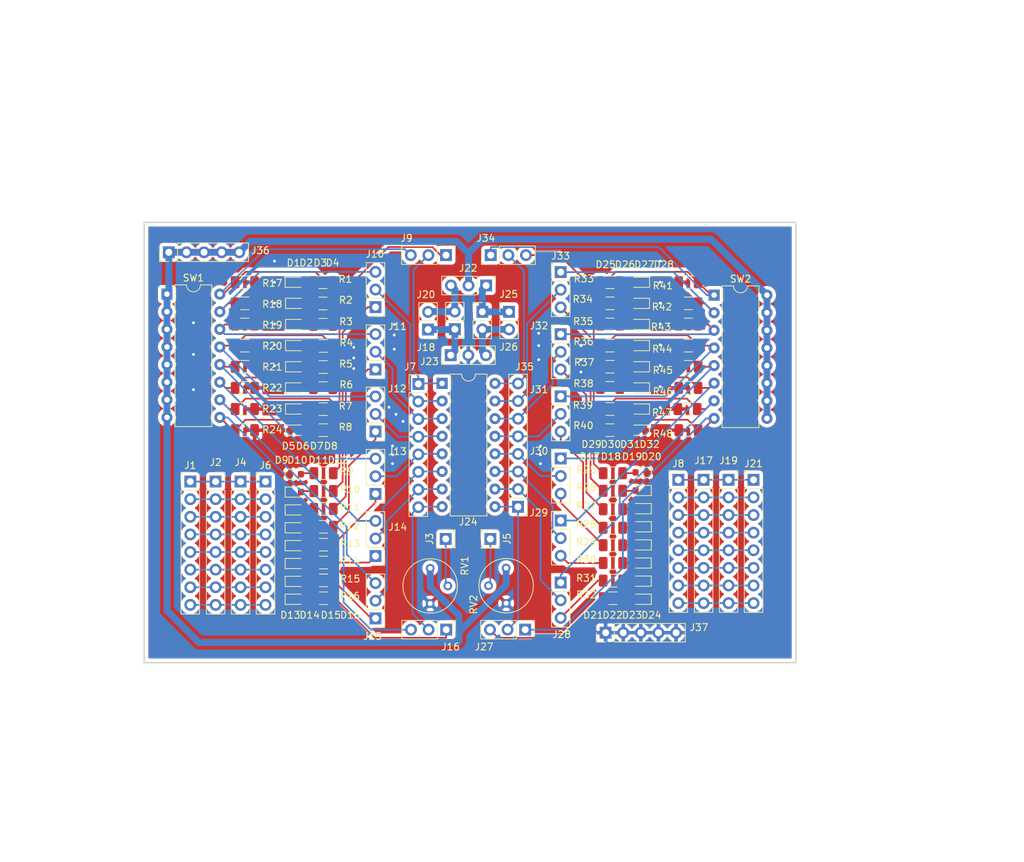
<source format=kicad_pcb>
(kicad_pcb (version 20171130) (host pcbnew 5.0.2-bee76a0~70~ubuntu18.04.1)
  (layers (0 F.Cu signal) (31 B.Cu signal) (34 B.Paste user) (35 F.Paste user) (36 B.SilkS user) (37 F.SilkS user) (38 B.Mask user) (39 F.Mask user) (44 Edge.Cuts user))
  (net 0 "")
  (net 1 GNDREF)
  (net 2 "Net-(D1-Pad2)")
  (net 3 "Net-(D2-Pad2)")
  (net 4 "Net-(D3-Pad2)")
  (net 5 "Net-(D4-Pad2)")
  (net 6 "Net-(D5-Pad2)")
  (net 7 "Net-(D6-Pad2)")
  (net 8 "Net-(D7-Pad2)")
  (net 9 "Net-(D8-Pad2)")
  (net 10 "Net-(D9-Pad2)")
  (net 11 "Net-(D10-Pad2)")
  (net 12 "Net-(D11-Pad2)")
  (net 13 "Net-(D12-Pad2)")
  (net 14 "Net-(D13-Pad2)")
  (net 15 "Net-(D14-Pad2)")
  (net 16 "Net-(D15-Pad2)")
  (net 17 "Net-(D16-Pad2)")
  (net 18 /I1)
  (net 19 /I2)
  (net 20 /I3)
  (net 21 /I4)
  (net 22 /I5)
  (net 23 /I6)
  (net 24 /I7)
  (net 25 /I8)
  (net 26 /O8)
  (net 27 /O7)
  (net 28 /O6)
  (net 29 /O5)
  (net 30 /O4)
  (net 31 /O3)
  (net 32 /O2)
  (net 33 /O1)
  (net 34 /1)
  (net 35 /2)
  (net 36 /3)
  (net 37 /4)
  (net 38 /5)
  (net 39 /6)
  (net 40 /7)
  (net 41 /8)
  (net 42 VCC)
  (net 43 /9)
  (net 44 /10)
  (net 45 /11)
  (net 46 /12)
  (net 47 /13)
  (net 48 /14)
  (net 49 /15)
  (net 50 /16)
  (net 51 /I9)
  (net 52 /O9)
  (net 53 /I10)
  (net 54 /O10)
  (net 55 /O11)
  (net 56 /I11)
  (net 57 /O12)
  (net 58 /I12)
  (net 59 /I13)
  (net 60 /O13)
  (net 61 /O14)
  (net 62 /I14)
  (net 63 /I15)
  (net 64 /O15)
  (net 65 /O16)
  (net 66 /I16)
  (net 67 "Net-(D17-Pad2)")
  (net 68 "Net-(D18-Pad2)")
  (net 69 "Net-(D19-Pad2)")
  (net 70 "Net-(D20-Pad2)")
  (net 71 "Net-(D21-Pad2)")
  (net 72 "Net-(D22-Pad2)")
  (net 73 "Net-(D23-Pad2)")
  (net 74 "Net-(D24-Pad2)")
  (net 75 "Net-(D25-Pad2)")
  (net 76 "Net-(D26-Pad2)")
  (net 77 "Net-(D27-Pad2)")
  (net 78 "Net-(D28-Pad2)")
  (net 79 "Net-(D29-Pad2)")
  (net 80 "Net-(D30-Pad2)")
  (net 81 "Net-(D31-Pad2)")
  (net 82 "Net-(D32-Pad2)")
  (net 83 "Net-(J3-Pad1)")
  (net 84 "Net-(J22-Pad1)")
  (net 85 "Net-(J5-Pad1)")
  (net 86 /C1)
  (net 87 /C2)
  (net 88 /C3)
  (net 89 /C4)
  (net 90 /C5)
  (net 91 /C6)
  (net 92 /C7)
  (net 93 /C8)
  (net 94 /D8)
  (net 95 /D7)
  (net 96 /D6)
  (net 97 /D5)
  (net 98 /D4)
  (net 99 /D3)
  (net 100 /D2)
  (net 101 /D1)
  (net 102 "Net-(J18-Pad1)")
  (net 103 "Net-(J18-Pad2)")
  (net 104 "Net-(J23-Pad3)")
  (module Resistor_SMD:R_1206_3216Metric (layer F.Cu) (at 166.24 77.724 180)
    (fp_text reference R39 (at 3.9 0.546 180) (layer F.SilkS))
    (fp_text value 150)
    (pad 2 smd roundrect (at 1.4 0 180) (size 1.25 1.75) (layers F.Cu F.Paste F.Mask) (roundrect_rratio 0.2) (net 53 /I10))
    (pad 1 smd roundrect (at -1.4 0 180) (size 1.25 1.75) (layers F.Cu F.Paste F.Mask) (roundrect_rratio 0.2) (net 81 "Net-(D31-Pad2)"))
  )
  (module LED_SMD:LED_0603_1608Metric (layer F.Cu) (at 120.8785 87.122)
    (fp_text reference D9 (at -2.0065 -2.032) (layer F.SilkS))
    (fp_text value BLUE)
    (pad 1 smd roundrect (at -0.7875 0) (size 0.875 0.95) (layers F.Cu F.Paste F.Mask) (net 1 GNDREF))
    (pad 2 smd roundrect (at 0.7875 0) (size 0.875 0.95) (layers F.Cu F.Paste F.Mask) (net 10 "Net-(D9-Pad2)"))
  )
  (module LED_SMD:LED_0603_1608Metric (layer F.Cu) (at 120.8785 89.698285)
    (fp_text reference D10 (at 0.2795 -4.608285) (layer F.SilkS))
    (fp_text value BLUE)
    (pad 2 smd roundrect (at 0.7875 0) (size 0.875 0.95) (layers F.Cu F.Paste F.Mask) (net 11 "Net-(D10-Pad2)"))
    (pad 1 smd roundrect (at -0.7875 0) (size 0.875 0.95) (layers F.Cu F.Paste F.Mask) (net 1 GNDREF))
  )
  (module LED_SMD:LED_0603_1608Metric (layer F.Cu) (at 120.8785 92.27457)
    (fp_text reference D11 (at 3.3275 -7.18457) (layer F.SilkS))
    (fp_text value BLUE)
    (pad 1 smd roundrect (at -0.7875 0) (size 0.875 0.95) (layers F.Cu F.Paste F.Mask) (net 1 GNDREF))
    (pad 2 smd roundrect (at 0.7875 0) (size 0.875 0.95) (layers F.Cu F.Paste F.Mask) (net 12 "Net-(D11-Pad2)"))
  )
  (module LED_SMD:LED_0603_1608Metric (layer F.Cu) (at 120.8785 94.850855)
    (fp_text reference D12 (at 6.1215 -9.760855) (layer F.SilkS))
    (fp_text value BLUE)
    (pad 2 smd roundrect (at 0.7875 0) (size 0.875 0.95) (layers F.Cu F.Paste F.Mask) (net 13 "Net-(D12-Pad2)"))
    (pad 1 smd roundrect (at -0.7875 0) (size 0.875 0.95) (layers F.Cu F.Paste F.Mask) (net 1 GNDREF))
  )
  (module LED_SMD:LED_0603_1608Metric (layer F.Cu) (at 120.8785 97.42714)
    (fp_text reference D13 (at -0.7365 10.01486) (layer F.SilkS))
    (fp_text value BLUE)
    (pad 1 smd roundrect (at -0.7875 0) (size 0.875 0.95) (layers F.Cu F.Paste F.Mask) (net 1 GNDREF))
    (pad 2 smd roundrect (at 0.7875 0) (size 0.875 0.95) (layers F.Cu F.Paste F.Mask) (net 14 "Net-(D13-Pad2)"))
  )
  (module LED_SMD:LED_0603_1608Metric (layer F.Cu) (at 120.8785 100.003425)
    (fp_text reference D14 (at 2.0575 7.438575) (layer F.SilkS))
    (fp_text value BLUE)
    (pad 2 smd roundrect (at 0.7875 0) (size 0.875 0.95) (layers F.Cu F.Paste F.Mask) (net 15 "Net-(D14-Pad2)"))
    (pad 1 smd roundrect (at -0.7875 0) (size 0.875 0.95) (layers F.Cu F.Paste F.Mask) (net 1 GNDREF))
  )
  (module LED_SMD:LED_0603_1608Metric (layer F.Cu) (at 120.8785 102.57971)
    (fp_text reference D15 (at 5.1055 4.86229) (layer F.SilkS))
    (fp_text value BLUE)
    (pad 1 smd roundrect (at -0.7875 0) (size 0.875 0.95) (layers F.Cu F.Paste F.Mask) (net 1 GNDREF))
    (pad 2 smd roundrect (at 0.7875 0) (size 0.875 0.95) (layers F.Cu F.Paste F.Mask) (net 16 "Net-(D15-Pad2)"))
  )
  (module LED_SMD:LED_0603_1608Metric (layer F.Cu) (at 120.8785 105.156)
    (fp_text reference D16 (at 7.8995 2.286) (layer F.SilkS))
    (fp_text value BLUE)
    (pad 2 smd roundrect (at 0.7875 0) (size 0.875 0.95) (layers F.Cu F.Paste F.Mask) (net 17 "Net-(D16-Pad2)"))
    (pad 1 smd roundrect (at -0.7875 0) (size 0.875 0.95) (layers F.Cu F.Paste F.Mask) (net 1 GNDREF))
  )
  (module LED_SMD:LED_0603_1608Metric (layer F.Cu) (at 170.7135 86.868 180)
    (fp_text reference D17 (at 7.3915 2.286 180) (layer F.SilkS))
    (fp_text value BLUE)
    (pad 2 smd roundrect (at 0.7875 0 180) (size 0.875 0.95) (layers F.Cu F.Paste F.Mask) (net 67 "Net-(D17-Pad2)"))
    (pad 1 smd roundrect (at -0.7875 0 180) (size 0.875 0.95) (layers F.Cu F.Paste F.Mask) (net 1 GNDREF))
  )
  (module LED_SMD:LED_0603_1608Metric (layer F.Cu) (at 170.7135 89.480571 180)
    (fp_text reference D18 (at 4.3435 4.898571 180) (layer F.SilkS))
    (fp_text value BLUE)
    (pad 1 smd roundrect (at -0.7875 0 180) (size 0.875 0.95) (layers F.Cu F.Paste F.Mask) (net 1 GNDREF))
    (pad 2 smd roundrect (at 0.7875 0 180) (size 0.875 0.95) (layers F.Cu F.Paste F.Mask) (net 68 "Net-(D18-Pad2)"))
  )
  (module LED_SMD:LED_0603_1608Metric (layer F.Cu) (at 170.7135 92.093142 180)
    (fp_text reference D19 (at 1.2955 7.511142 180) (layer F.SilkS))
    (fp_text value BLUE)
    (pad 2 smd roundrect (at 0.7875 0 180) (size 0.875 0.95) (layers F.Cu F.Paste F.Mask) (net 69 "Net-(D19-Pad2)"))
    (pad 1 smd roundrect (at -0.7875 0 180) (size 0.875 0.95) (layers F.Cu F.Paste F.Mask) (net 1 GNDREF))
  )
  (module LED_SMD:LED_0603_1608Metric (layer F.Cu) (at 170.7135 94.705713 180)
    (fp_text reference D20 (at -1.4985 10.123713 180) (layer F.SilkS))
    (fp_text value BLUE)
    (pad 1 smd roundrect (at -0.7875 0 180) (size 0.875 0.95) (layers F.Cu F.Paste F.Mask) (net 1 GNDREF))
    (pad 2 smd roundrect (at 0.7875 0 180) (size 0.875 0.95) (layers F.Cu F.Paste F.Mask) (net 70 "Net-(D20-Pad2)"))
  )
  (module LED_SMD:LED_0603_1608Metric (layer F.Cu) (at 170.7135 97.318284 180)
    (fp_text reference D21 (at 6.8835 -10.123716 180) (layer F.SilkS))
    (fp_text value BLUE)
    (pad 2 smd roundrect (at 0.7875 0 180) (size 0.875 0.95) (layers F.Cu F.Paste F.Mask) (net 71 "Net-(D21-Pad2)"))
    (pad 1 smd roundrect (at -0.7875 0 180) (size 0.875 0.95) (layers F.Cu F.Paste F.Mask) (net 1 GNDREF))
  )
  (module LED_SMD:LED_0603_1608Metric (layer F.Cu) (at 170.7135 99.930855 180)
    (fp_text reference D22 (at 4.0895 -7.511145 180) (layer F.SilkS))
    (fp_text value BLUE)
    (pad 1 smd roundrect (at -0.7875 0 180) (size 0.875 0.95) (layers F.Cu F.Paste F.Mask) (net 1 GNDREF))
    (pad 2 smd roundrect (at 0.7875 0 180) (size 0.875 0.95) (layers F.Cu F.Paste F.Mask) (net 72 "Net-(D22-Pad2)"))
  )
  (module LED_SMD:LED_0603_1608Metric (layer F.Cu) (at 170.7135 102.543426 180)
    (fp_text reference D23 (at 1.2955 -4.898574 180) (layer F.SilkS))
    (fp_text value BLUE)
    (pad 1 smd roundrect (at -0.7875 0 180) (size 0.875 0.95) (layers F.Cu F.Paste F.Mask) (net 1 GNDREF))
    (pad 2 smd roundrect (at 0.7875 0 180) (size 0.875 0.95) (layers F.Cu F.Paste F.Mask) (net 73 "Net-(D23-Pad2)"))
  )
  (module LED_SMD:LED_0603_1608Metric (layer F.Cu) (at 170.7135 105.156 180)
    (fp_text reference D24 (at -1.4985 -2.286 180) (layer F.SilkS))
    (fp_text value BLUE)
    (pad 2 smd roundrect (at 0.7875 0 180) (size 0.875 0.95) (layers F.Cu F.Paste F.Mask) (net 74 "Net-(D24-Pad2)"))
    (pad 1 smd roundrect (at -0.7875 0 180) (size 0.875 0.95) (layers F.Cu F.Paste F.Mask) (net 1 GNDREF))
  )
  (module Connector_PinHeader_2.54mm:PinHeader_1x08_P2.54mm_Vertical (layer F.Cu) (at 138.6 74.1)
    (fp_text reference J7 (at -1.186 -2.472) (layer F.SilkS))
    (fp_text value Conn_01x08)
    (pad 8 thru_hole oval (at 0 17.78) (size 1.7 1.7) (drill 1) (layers *.Cu *.Mask) (net 41 /8))
    (pad 7 thru_hole oval (at 0 15.24) (size 1.7 1.7) (drill 1) (layers *.Cu *.Mask) (net 40 /7))
    (pad 6 thru_hole oval (at 0 12.7) (size 1.7 1.7) (drill 1) (layers *.Cu *.Mask) (net 39 /6))
    (pad 5 thru_hole oval (at 0 10.16) (size 1.7 1.7) (drill 1) (layers *.Cu *.Mask) (net 38 /5))
    (pad 4 thru_hole oval (at 0 7.62) (size 1.7 1.7) (drill 1) (layers *.Cu *.Mask) (net 37 /4))
    (pad 3 thru_hole oval (at 0 5.08) (size 1.7 1.7) (drill 1) (layers *.Cu *.Mask) (net 36 /3))
    (pad 2 thru_hole oval (at 0 2.54) (size 1.7 1.7) (drill 1) (layers *.Cu *.Mask) (net 35 /2))
    (pad 1 thru_hole rect (at 0 0) (size 1.7 1.7) (drill 1) (layers *.Cu *.Mask) (net 34 /1))
  )
  (module Connector_PinHeader_2.54mm:PinHeader_1x03_P2.54mm_Vertical (layer F.Cu) (at 142.59 55.53 270)
    (fp_text reference J9 (at -2.444 5.684) (layer F.SilkS))
    (fp_text value Conn_01x03)
    (pad 1 thru_hole rect (at 0 0 270) (size 1.7 1.7) (drill 1) (layers *.Cu *.Mask) (net 33 /O1))
    (pad 2 thru_hole oval (at 0 2.54 270) (size 1.7 1.7) (drill 1) (layers *.Cu *.Mask) (net 34 /1))
    (pad 3 thru_hole oval (at 0 5.08 270) (size 1.7 1.7) (drill 1) (layers *.Cu *.Mask) (net 18 /I1))
  )
  (module Connector_PinHeader_2.54mm:PinHeader_1x03_P2.54mm_Vertical (layer F.Cu) (at 132.42 63.03 180)
    (fp_text reference J10 (at 0.086 7.658 180) (layer F.SilkS))
    (fp_text value Conn_01x03)
    (pad 1 thru_hole rect (at 0 0 180) (size 1.7 1.7) (drill 1) (layers *.Cu *.Mask) (net 32 /O2))
    (pad 2 thru_hole oval (at 0 2.54 180) (size 1.7 1.7) (drill 1) (layers *.Cu *.Mask) (net 35 /2))
    (pad 3 thru_hole oval (at 0 5.08 180) (size 1.7 1.7) (drill 1) (layers *.Cu *.Mask) (net 19 /I2))
  )
  (module Connector_PinHeader_2.54mm:PinHeader_1x03_P2.54mm_Vertical (layer F.Cu) (at 132.42 72.006 180)
    (fp_text reference J11 (at -3.176 6.2 180) (layer F.SilkS))
    (fp_text value Conn_01x03)
    (pad 1 thru_hole rect (at 0 0 180) (size 1.7 1.7) (drill 1) (layers *.Cu *.Mask) (net 31 /O3))
    (pad 2 thru_hole oval (at 0 2.54 180) (size 1.7 1.7) (drill 1) (layers *.Cu *.Mask) (net 36 /3))
    (pad 3 thru_hole oval (at 0 5.08 180) (size 1.7 1.7) (drill 1) (layers *.Cu *.Mask) (net 20 /I3))
  )
  (module Connector_PinHeader_2.54mm:PinHeader_1x03_P2.54mm_Vertical (layer F.Cu) (at 132.42 80.982 180)
    (fp_text reference J12 (at -3.136 6.184 180) (layer F.SilkS))
    (fp_text value Conn_01x03)
    (pad 3 thru_hole oval (at 0 5.08 180) (size 1.7 1.7) (drill 1) (layers *.Cu *.Mask) (net 21 /I4))
    (pad 2 thru_hole oval (at 0 2.54 180) (size 1.7 1.7) (drill 1) (layers *.Cu *.Mask) (net 37 /4))
    (pad 1 thru_hole rect (at 0 0 180) (size 1.7 1.7) (drill 1) (layers *.Cu *.Mask) (net 30 /O4))
  )
  (module Connector_PinHeader_2.54mm:PinHeader_1x03_P2.54mm_Vertical (layer F.Cu) (at 132.42 89.958 180)
    (fp_text reference J13 (at -3.161 6.115 180) (layer F.SilkS))
    (fp_text value Conn_01x03)
    (pad 1 thru_hole rect (at 0 0 180) (size 1.7 1.7) (drill 1) (layers *.Cu *.Mask) (net 29 /O5))
    (pad 2 thru_hole oval (at 0 2.54 180) (size 1.7 1.7) (drill 1) (layers *.Cu *.Mask) (net 38 /5))
    (pad 3 thru_hole oval (at 0 5.08 180) (size 1.7 1.7) (drill 1) (layers *.Cu *.Mask) (net 22 /I5))
  )
  (module Connector_PinHeader_2.54mm:PinHeader_1x03_P2.54mm_Vertical (layer F.Cu) (at 132.42 98.934 180)
    (fp_text reference J14 (at -3.216 4.192 180) (layer F.SilkS))
    (fp_text value Conn_01x03)
    (pad 1 thru_hole rect (at 0 0 180) (size 1.7 1.7) (drill 1) (layers *.Cu *.Mask) (net 28 /O6))
    (pad 2 thru_hole oval (at 0 2.54 180) (size 1.7 1.7) (drill 1) (layers *.Cu *.Mask) (net 39 /6))
    (pad 3 thru_hole oval (at 0 5.08 180) (size 1.7 1.7) (drill 1) (layers *.Cu *.Mask) (net 23 /I6))
  )
  (module Connector_PinHeader_2.54mm:PinHeader_1x03_P2.54mm_Vertical (layer F.Cu) (at 132.42 107.91 180)
    (fp_text reference J15 (at 0.42 -2.58) (layer F.SilkS))
    (fp_text value Conn_01x03)
    (pad 1 thru_hole rect (at 0 0 180) (size 1.7 1.7) (drill 1) (layers *.Cu *.Mask) (net 27 /O7))
    (pad 2 thru_hole oval (at 0 2.54 180) (size 1.7 1.7) (drill 1) (layers *.Cu *.Mask) (net 40 /7))
    (pad 3 thru_hole oval (at 0 5.08 180) (size 1.7 1.7) (drill 1) (layers *.Cu *.Mask) (net 24 /I7))
  )
  (module Connector_PinHeader_2.54mm:PinHeader_1x03_P2.54mm_Vertical (layer F.Cu) (at 142.62 109.54 270)
    (fp_text reference J16 (at 2.474 -0.636) (layer F.SilkS))
    (fp_text value Conn_01x03)
    (pad 3 thru_hole oval (at 0 5.08 270) (size 1.7 1.7) (drill 1) (layers *.Cu *.Mask) (net 25 /I8))
    (pad 2 thru_hole oval (at 0 2.54 270) (size 1.7 1.7) (drill 1) (layers *.Cu *.Mask) (net 41 /8))
    (pad 1 thru_hole rect (at 0 0 270) (size 1.7 1.7) (drill 1) (layers *.Cu *.Mask) (net 26 /O8))
  )
  (module Connector_PinHeader_2.54mm:PinHeader_1x02_P2.54mm_Vertical (layer F.Cu) (at 140.01 66.26 180)
    (fp_text reference J18 (at 0.31 -2.574 180) (layer F.SilkS))
    (fp_text value Conn_01x02)
    (pad 1 thru_hole rect (at 0 0 180) (size 1.7 1.7) (drill 1) (layers *.Cu *.Mask) (net 102 "Net-(J18-Pad1)"))
    (pad 2 thru_hole oval (at 0 2.54 180) (size 1.7 1.7) (drill 1) (layers *.Cu *.Mask) (net 103 "Net-(J18-Pad2)"))
  )
  (module Connector_PinHeader_2.54mm:PinHeader_1x02_P2.54mm_Vertical (layer F.Cu) (at 143.86 66.21 180)
    (fp_text reference J20 (at 4.16 4.996 180) (layer F.SilkS))
    (fp_text value Conn_01x02)
    (pad 2 thru_hole oval (at 0 2.54 180) (size 1.7 1.7) (drill 1) (layers *.Cu *.Mask) (net 103 "Net-(J18-Pad2)"))
    (pad 1 thru_hole rect (at 0 0 180) (size 1.7 1.7) (drill 1) (layers *.Cu *.Mask) (net 102 "Net-(J18-Pad1)"))
  )
  (module Connector_PinHeader_2.54mm:PinHeader_1x03_P2.54mm_Vertical (layer F.Cu) (at 148.38 59.91 270)
    (fp_text reference J22 (at -2.506 2.584) (layer F.SilkS))
    (fp_text value Conn_01x03)
    (pad 1 thru_hole rect (at 0 0 270) (size 1.7 1.7) (drill 1) (layers *.Cu *.Mask) (net 84 "Net-(J22-Pad1)"))
    (pad 2 thru_hole oval (at 0 2.54 270) (size 1.7 1.7) (drill 1) (layers *.Cu *.Mask) (net 42 VCC))
    (pad 3 thru_hole oval (at 0 5.08 270) (size 1.7 1.7) (drill 1) (layers *.Cu *.Mask) (net 103 "Net-(J18-Pad2)"))
  )
  (module Connector_PinHeader_2.54mm:PinHeader_1x03_P2.54mm_Vertical (layer F.Cu) (at 143.27 69.96 90)
    (fp_text reference J23 (at -0.906 -3.062 180) (layer F.SilkS))
    (fp_text value Conn_01x03)
    (pad 3 thru_hole oval (at 0 5.08 90) (size 1.7 1.7) (drill 1) (layers *.Cu *.Mask) (net 104 "Net-(J23-Pad3)"))
    (pad 2 thru_hole oval (at 0 2.54 90) (size 1.7 1.7) (drill 1) (layers *.Cu *.Mask) (net 1 GNDREF))
    (pad 1 thru_hole rect (at 0 0 90) (size 1.7 1.7) (drill 1) (layers *.Cu *.Mask) (net 102 "Net-(J18-Pad1)"))
  )
  (module Package_DIP:DIP-16_W7.62mm (layer F.Cu) (at 142.025 74.025)
    (fp_text reference J24 (at 3.771 19.955) (layer F.SilkS))
    (fp_text value Conn_02x08_Counter_Clockwise)
    (pad 1 thru_hole rect (at 0 0) (size 1.6 1.6) (drill 0.8) (layers *.Cu *.Mask) (net 34 /1))
    (pad 9 thru_hole oval (at 7.62 17.78) (size 1.6 1.6) (drill 0.8) (layers *.Cu *.Mask) (net 43 /9))
    (pad 2 thru_hole oval (at 0 2.54) (size 1.6 1.6) (drill 0.8) (layers *.Cu *.Mask) (net 35 /2))
    (pad 10 thru_hole oval (at 7.62 15.24) (size 1.6 1.6) (drill 0.8) (layers *.Cu *.Mask) (net 44 /10))
    (pad 3 thru_hole oval (at 0 5.08) (size 1.6 1.6) (drill 0.8) (layers *.Cu *.Mask) (net 36 /3))
    (pad 11 thru_hole oval (at 7.62 12.7) (size 1.6 1.6) (drill 0.8) (layers *.Cu *.Mask) (net 45 /11))
    (pad 4 thru_hole oval (at 0 7.62) (size 1.6 1.6) (drill 0.8) (layers *.Cu *.Mask) (net 37 /4))
    (pad 12 thru_hole oval (at 7.62 10.16) (size 1.6 1.6) (drill 0.8) (layers *.Cu *.Mask) (net 46 /12))
    (pad 5 thru_hole oval (at 0 10.16) (size 1.6 1.6) (drill 0.8) (layers *.Cu *.Mask) (net 38 /5))
    (pad 13 thru_hole oval (at 7.62 7.62) (size 1.6 1.6) (drill 0.8) (layers *.Cu *.Mask) (net 47 /13))
    (pad 6 thru_hole oval (at 0 12.7) (size 1.6 1.6) (drill 0.8) (layers *.Cu *.Mask) (net 39 /6))
    (pad 14 thru_hole oval (at 7.62 5.08) (size 1.6 1.6) (drill 0.8) (layers *.Cu *.Mask) (net 48 /14))
    (pad 7 thru_hole oval (at 0 15.24) (size 1.6 1.6) (drill 0.8) (layers *.Cu *.Mask) (net 40 /7))
    (pad 15 thru_hole oval (at 7.62 2.54) (size 1.6 1.6) (drill 0.8) (layers *.Cu *.Mask) (net 49 /15))
    (pad 8 thru_hole oval (at 0 17.78) (size 1.6 1.6) (drill 0.8) (layers *.Cu *.Mask) (net 41 /8))
    (pad 16 thru_hole oval (at 7.62 0) (size 1.6 1.6) (drill 0.8) (layers *.Cu *.Mask) (net 50 /16))
  )
  (module Connector_PinHeader_2.54mm:PinHeader_1x02_P2.54mm_Vertical (layer F.Cu) (at 147.83 63.7)
    (fp_text reference J25 (at 3.81 -2.53) (layer F.SilkS))
    (fp_text value Conn_01x02)
    (pad 2 thru_hole oval (at 0 2.54) (size 1.7 1.7) (drill 1) (layers *.Cu *.Mask) (net 104 "Net-(J23-Pad3)"))
    (pad 1 thru_hole rect (at 0 0) (size 1.7 1.7) (drill 1) (layers *.Cu *.Mask) (net 84 "Net-(J22-Pad1)"))
  )
  (module Connector_PinHeader_2.54mm:PinHeader_1x02_P2.54mm_Vertical (layer F.Cu) (at 151.68 63.7)
    (fp_text reference J26 (at -0.042 5.075) (layer F.SilkS))
    (fp_text value Conn_01x02)
    (pad 1 thru_hole rect (at 0 0) (size 1.7 1.7) (drill 1) (layers *.Cu *.Mask) (net 84 "Net-(J22-Pad1)"))
    (pad 2 thru_hole oval (at 0 2.54) (size 1.7 1.7) (drill 1) (layers *.Cu *.Mask) (net 104 "Net-(J23-Pad3)"))
  )
  (module Connector_PinHeader_2.54mm:PinHeader_1x03_P2.54mm_Vertical (layer F.Cu) (at 154.01 109.54 270)
    (fp_text reference J27 (at 2.474 5.928) (layer F.SilkS))
    (fp_text value Conn_01x03)
    (pad 1 thru_hole rect (at 0 0 270) (size 1.7 1.7) (drill 1) (layers *.Cu *.Mask) (net 51 /I9))
    (pad 2 thru_hole oval (at 0 2.54 270) (size 1.7 1.7) (drill 1) (layers *.Cu *.Mask) (net 43 /9))
    (pad 3 thru_hole oval (at 0 5.08 270) (size 1.7 1.7) (drill 1) (layers *.Cu *.Mask) (net 52 /O9))
  )
  (module Connector_PinHeader_2.54mm:PinHeader_1x03_P2.54mm_Vertical (layer F.Cu) (at 159.13 102.76)
    (fp_text reference J28 (at 0.138 7.476) (layer F.SilkS))
    (fp_text value Conn_01x03)
    (pad 1 thru_hole rect (at 0 0) (size 1.7 1.7) (drill 1) (layers *.Cu *.Mask) (net 53 /I10))
    (pad 2 thru_hole oval (at 0 2.54) (size 1.7 1.7) (drill 1) (layers *.Cu *.Mask) (net 44 /10))
    (pad 3 thru_hole oval (at 0 5.08) (size 1.7 1.7) (drill 1) (layers *.Cu *.Mask) (net 54 /O10))
  )
  (module Connector_PinHeader_2.54mm:PinHeader_1x03_P2.54mm_Vertical (layer F.Cu) (at 159.13 93.804)
    (fp_text reference J29 (at -3.164 -1.13) (layer F.SilkS))
    (fp_text value Conn_01x03)
    (pad 3 thru_hole oval (at 0 5.08) (size 1.7 1.7) (drill 1) (layers *.Cu *.Mask) (net 55 /O11))
    (pad 2 thru_hole oval (at 0 2.54) (size 1.7 1.7) (drill 1) (layers *.Cu *.Mask) (net 45 /11))
    (pad 1 thru_hole rect (at 0 0) (size 1.7 1.7) (drill 1) (layers *.Cu *.Mask) (net 56 /I11))
  )
  (module Connector_PinHeader_2.54mm:PinHeader_1x03_P2.54mm_Vertical (layer F.Cu) (at 159.13 84.848)
    (fp_text reference J30 (at -3.134 -1.06) (layer F.SilkS))
    (fp_text value Conn_01x03)
    (pad 3 thru_hole oval (at 0 5.08) (size 1.7 1.7) (drill 1) (layers *.Cu *.Mask) (net 57 /O12))
    (pad 2 thru_hole oval (at 0 2.54) (size 1.7 1.7) (drill 1) (layers *.Cu *.Mask) (net 46 /12))
    (pad 1 thru_hole rect (at 0 0) (size 1.7 1.7) (drill 1) (layers *.Cu *.Mask) (net 58 /I12))
  )
  (module Connector_PinHeader_2.54mm:PinHeader_1x03_P2.54mm_Vertical (layer F.Cu) (at 159.13 75.892)
    (fp_text reference J31 (at -3.144 -0.97) (layer F.SilkS))
    (fp_text value Conn_01x03)
    (pad 1 thru_hole rect (at 0 0) (size 1.7 1.7) (drill 1) (layers *.Cu *.Mask) (net 59 /I13))
    (pad 2 thru_hole oval (at 0 2.54) (size 1.7 1.7) (drill 1) (layers *.Cu *.Mask) (net 47 /13))
    (pad 3 thru_hole oval (at 0 5.08) (size 1.7 1.7) (drill 1) (layers *.Cu *.Mask) (net 60 /O13))
  )
  (module Connector_PinHeader_2.54mm:PinHeader_1x03_P2.54mm_Vertical (layer F.Cu) (at 159.13 66.936)
    (fp_text reference J32 (at -3.134 -1.214) (layer F.SilkS))
    (fp_text value Conn_01x03)
    (pad 3 thru_hole oval (at 0 5.08) (size 1.7 1.7) (drill 1) (layers *.Cu *.Mask) (net 61 /O14))
    (pad 2 thru_hole oval (at 0 2.54) (size 1.7 1.7) (drill 1) (layers *.Cu *.Mask) (net 48 /14))
    (pad 1 thru_hole rect (at 0 0) (size 1.7 1.7) (drill 1) (layers *.Cu *.Mask) (net 62 /I14))
  )
  (module Connector_PinHeader_2.54mm:PinHeader_1x03_P2.54mm_Vertical (layer F.Cu) (at 159.13 57.98)
    (fp_text reference J33 (at 0 -2.33) (layer F.SilkS))
    (fp_text value Conn_01x03)
    (pad 1 thru_hole rect (at 0 0) (size 1.7 1.7) (drill 1) (layers *.Cu *.Mask) (net 63 /I15))
    (pad 2 thru_hole oval (at 0 2.54) (size 1.7 1.7) (drill 1) (layers *.Cu *.Mask) (net 49 /15))
    (pad 3 thru_hole oval (at 0 5.08) (size 1.7 1.7) (drill 1) (layers *.Cu *.Mask) (net 64 /O15))
  )
  (module Connector_PinHeader_2.54mm:PinHeader_1x03_P2.54mm_Vertical (layer F.Cu) (at 149.04 55.53 90)
    (fp_text reference J34 (at 2.444 -0.704 180) (layer F.SilkS))
    (fp_text value Conn_01x03)
    (pad 3 thru_hole oval (at 0 5.08 90) (size 1.7 1.7) (drill 1) (layers *.Cu *.Mask) (net 65 /O16))
    (pad 2 thru_hole oval (at 0 2.54 90) (size 1.7 1.7) (drill 1) (layers *.Cu *.Mask) (net 50 /16))
    (pad 1 thru_hole rect (at 0 0 90) (size 1.7 1.7) (drill 1) (layers *.Cu *.Mask) (net 66 /I16))
  )
  (module Connector_PinHeader_2.54mm:PinHeader_1x08_P2.54mm_Vertical (layer F.Cu) (at 152.98 91.82 180)
    (fp_text reference J35 (at -0.944 20.192 180) (layer F.SilkS))
    (fp_text value Conn_01x08)
    (pad 1 thru_hole rect (at 0 0 180) (size 1.7 1.7) (drill 1) (layers *.Cu *.Mask) (net 43 /9))
    (pad 2 thru_hole oval (at 0 2.54 180) (size 1.7 1.7) (drill 1) (layers *.Cu *.Mask) (net 44 /10))
    (pad 3 thru_hole oval (at 0 5.08 180) (size 1.7 1.7) (drill 1) (layers *.Cu *.Mask) (net 45 /11))
    (pad 4 thru_hole oval (at 0 7.62 180) (size 1.7 1.7) (drill 1) (layers *.Cu *.Mask) (net 46 /12))
    (pad 5 thru_hole oval (at 0 10.16 180) (size 1.7 1.7) (drill 1) (layers *.Cu *.Mask) (net 47 /13))
    (pad 6 thru_hole oval (at 0 12.7 180) (size 1.7 1.7) (drill 1) (layers *.Cu *.Mask) (net 48 /14))
    (pad 7 thru_hole oval (at 0 15.24 180) (size 1.7 1.7) (drill 1) (layers *.Cu *.Mask) (net 49 /15))
    (pad 8 thru_hole oval (at 0 17.78 180) (size 1.7 1.7) (drill 1) (layers *.Cu *.Mask) (net 50 /16))
  )
  (module Resistor_SMD:R_1206_3216Metric (layer F.Cu) (at 124.929 86.977)
    (fp_text reference R9 (at 3.341 -0.284) (layer F.SilkS))
    (fp_text value 150)
    (pad 1 smd roundrect (at -1.4 0) (size 1.25 1.75) (layers F.Cu F.Paste F.Mask) (roundrect_rratio 0.2) (net 10 "Net-(D9-Pad2)"))
    (pad 2 smd roundrect (at 1.4 0) (size 1.25 1.75) (layers F.Cu F.Paste F.Mask) (roundrect_rratio 0.2) (net 33 /O1))
  )
  (module Resistor_SMD:R_1206_3216Metric (layer F.Cu) (at 124.929 89.553285)
    (fp_text reference R10 (at 3.832 -0.266) (layer F.SilkS))
    (fp_text value 150)
    (pad 2 smd roundrect (at 1.4 0) (size 1.25 1.75) (layers F.Cu F.Paste F.Mask) (roundrect_rratio 0.2) (net 32 /O2))
    (pad 1 smd roundrect (at -1.4 0) (size 1.25 1.75) (layers F.Cu F.Paste F.Mask) (roundrect_rratio 0.2) (net 11 "Net-(D10-Pad2)"))
  )
  (module Resistor_SMD:R_1206_3216Metric (layer F.Cu) (at 124.929 92.12957)
    (fp_text reference R11 (at 3.822 -0.256) (layer F.SilkS))
    (fp_text value 150)
    (pad 1 smd roundrect (at -1.4 0) (size 1.25 1.75) (layers F.Cu F.Paste F.Mask) (roundrect_rratio 0.2) (net 12 "Net-(D11-Pad2)"))
    (pad 2 smd roundrect (at 1.4 0) (size 1.25 1.75) (layers F.Cu F.Paste F.Mask) (roundrect_rratio 0.2) (net 31 /O3))
  )
  (module Resistor_SMD:R_1206_3216Metric (layer F.Cu) (at 124.929 94.705855)
    (fp_text reference R12 (at 3.772 -0.126) (layer F.SilkS))
    (fp_text value 150)
    (pad 2 smd roundrect (at 1.4 0) (size 1.25 1.75) (layers F.Cu F.Paste F.Mask) (roundrect_rratio 0.2) (net 30 /O4))
    (pad 1 smd roundrect (at -1.4 0) (size 1.25 1.75) (layers F.Cu F.Paste F.Mask) (roundrect_rratio 0.2) (net 13 "Net-(D12-Pad2)"))
  )
  (module Resistor_SMD:R_1206_3216Metric (layer F.Cu) (at 124.929 97.28214)
    (fp_text reference R13 (at 3.842 -0.146) (layer F.SilkS))
    (fp_text value 150)
    (pad 2 smd roundrect (at 1.4 0) (size 1.25 1.75) (layers F.Cu F.Paste F.Mask) (roundrect_rratio 0.2) (net 29 /O5))
    (pad 1 smd roundrect (at -1.4 0) (size 1.25 1.75) (layers F.Cu F.Paste F.Mask) (roundrect_rratio 0.2) (net 14 "Net-(D13-Pad2)"))
  )
  (module Resistor_SMD:R_1206_3216Metric (layer F.Cu) (at 124.929 99.858425)
    (fp_text reference R14 (at 3.772 -0.206) (layer F.SilkS))
    (fp_text value 150)
    (pad 1 smd roundrect (at -1.4 0) (size 1.25 1.75) (layers F.Cu F.Paste F.Mask) (roundrect_rratio 0.2) (net 15 "Net-(D14-Pad2)"))
    (pad 2 smd roundrect (at 1.4 0) (size 1.25 1.75) (layers F.Cu F.Paste F.Mask) (roundrect_rratio 0.2) (net 28 /O6))
  )
  (module Resistor_SMD:R_1206_3216Metric (layer F.Cu) (at 124.929 102.43471)
    (fp_text reference R15 (at 3.832 -0.216) (layer F.SilkS))
    (fp_text value 150)
    (pad 2 smd roundrect (at 1.4 0) (size 1.25 1.75) (layers F.Cu F.Paste F.Mask) (roundrect_rratio 0.2) (net 27 /O7))
    (pad 1 smd roundrect (at -1.4 0) (size 1.25 1.75) (layers F.Cu F.Paste F.Mask) (roundrect_rratio 0.2) (net 16 "Net-(D15-Pad2)"))
  )
  (module Resistor_SMD:R_1206_3216Metric (layer F.Cu) (at 124.929 105.011)
    (fp_text reference R16 (at 3.792 -0.316) (layer F.SilkS))
    (fp_text value 150)
    (pad 1 smd roundrect (at -1.4 0) (size 1.25 1.75) (layers F.Cu F.Paste F.Mask) (roundrect_rratio 0.2) (net 17 "Net-(D16-Pad2)"))
    (pad 2 smd roundrect (at 1.4 0) (size 1.25 1.75) (layers F.Cu F.Paste F.Mask) (roundrect_rratio 0.2) (net 26 /O8))
  )
  (module Resistor_SMD:R_1206_3216Metric (layer F.Cu) (at 113.58 59.436 180)
    (fp_text reference R17 (at -3.958 -0.142 180) (layer F.SilkS))
    (fp_text value 10K)
    (pad 2 smd roundrect (at 1.4 0 180) (size 1.25 1.75) (layers F.Cu F.Paste F.Mask) (roundrect_rratio 0.2) (net 18 /I1))
    (pad 1 smd roundrect (at -1.4 0 180) (size 1.25 1.75) (layers F.Cu F.Paste F.Mask) (roundrect_rratio 0.2) (net 1 GNDREF))
  )
  (module Resistor_SMD:R_1206_3216Metric (layer F.Cu) (at 113.58 62.484 180)
    (fp_text reference R18 (at -3.958 -0.113429 180) (layer F.SilkS))
    (fp_text value 10K)
    (pad 1 smd roundrect (at -1.4 0 180) (size 1.25 1.75) (layers F.Cu F.Paste F.Mask) (roundrect_rratio 0.2) (net 1 GNDREF))
    (pad 2 smd roundrect (at 1.4 0 180) (size 1.25 1.75) (layers F.Cu F.Paste F.Mask) (roundrect_rratio 0.2) (net 19 /I2))
  )
  (module Resistor_SMD:R_1206_3216Metric (layer F.Cu) (at 113.58 65.532 180)
    (fp_text reference R19 (at -3.958 -0.084858 180) (layer F.SilkS))
    (fp_text value 10K)
    (pad 2 smd roundrect (at 1.4 0 180) (size 1.25 1.75) (layers F.Cu F.Paste F.Mask) (roundrect_rratio 0.2) (net 20 /I3))
    (pad 1 smd roundrect (at -1.4 0 180) (size 1.25 1.75) (layers F.Cu F.Paste F.Mask) (roundrect_rratio 0.2) (net 1 GNDREF))
  )
  (module Resistor_SMD:R_1206_3216Metric (layer F.Cu) (at 113.58 68.58 180)
    (fp_text reference R20 (at -3.958 -0.056287 180) (layer F.SilkS))
    (fp_text value 10K)
    (pad 1 smd roundrect (at -1.4 0 180) (size 1.25 1.75) (layers F.Cu F.Paste F.Mask) (roundrect_rratio 0.2) (net 1 GNDREF))
    (pad 2 smd roundrect (at 1.4 0 180) (size 1.25 1.75) (layers F.Cu F.Paste F.Mask) (roundrect_rratio 0.2) (net 21 /I4))
  )
  (module Resistor_SMD:R_1206_3216Metric (layer F.Cu) (at 113.58 71.628 180)
    (fp_text reference R21 (at -3.958 -0.027716 180) (layer F.SilkS))
    (fp_text value 10K)
    (pad 1 smd roundrect (at -1.4 0 180) (size 1.25 1.75) (layers F.Cu F.Paste F.Mask) (roundrect_rratio 0.2) (net 1 GNDREF))
    (pad 2 smd roundrect (at 1.4 0 180) (size 1.25 1.75) (layers F.Cu F.Paste F.Mask) (roundrect_rratio 0.2) (net 22 /I5))
  )
  (module Resistor_SMD:R_1206_3216Metric (layer F.Cu) (at 113.58 74.676 180)
    (fp_text reference R22 (at -3.958 0.000855 180) (layer F.SilkS))
    (fp_text value 10K)
    (pad 2 smd roundrect (at 1.4 0 180) (size 1.25 1.75) (layers F.Cu F.Paste F.Mask) (roundrect_rratio 0.2) (net 23 /I6))
    (pad 1 smd roundrect (at -1.4 0 180) (size 1.25 1.75) (layers F.Cu F.Paste F.Mask) (roundrect_rratio 0.2) (net 1 GNDREF))
  )
  (module Resistor_SMD:R_1206_3216Metric (layer F.Cu) (at 113.58 77.724 180)
    (fp_text reference R23 (at -3.958 0.029426 180) (layer F.SilkS))
    (fp_text value 10K)
    (pad 1 smd roundrect (at -1.4 0 180) (size 1.25 1.75) (layers F.Cu F.Paste F.Mask) (roundrect_rratio 0.2) (net 1 GNDREF))
    (pad 2 smd roundrect (at 1.4 0 180) (size 1.25 1.75) (layers F.Cu F.Paste F.Mask) (roundrect_rratio 0.2) (net 24 /I7))
  )
  (module Resistor_SMD:R_1206_3216Metric (layer F.Cu) (at 113.58 80.772 180)
    (fp_text reference R24 (at -3.958 0.058 180) (layer F.SilkS))
    (fp_text value 10K)
    (pad 2 smd roundrect (at 1.4 0 180) (size 1.25 1.75) (layers F.Cu F.Paste F.Mask) (roundrect_rratio 0.2) (net 25 /I8))
    (pad 1 smd roundrect (at -1.4 0 180) (size 1.25 1.75) (layers F.Cu F.Paste F.Mask) (roundrect_rratio 0.2) (net 1 GNDREF))
  )
  (module Resistor_SMD:R_1206_3216Metric (layer F.Cu) (at 166.658 86.977 180)
    (fp_text reference R25 (at 3.844 0.508 180) (layer F.SilkS))
    (fp_text value 150)
    (pad 1 smd roundrect (at -1.4 0 180) (size 1.25 1.75) (layers F.Cu F.Paste F.Mask) (roundrect_rratio 0.2) (net 67 "Net-(D17-Pad2)"))
    (pad 2 smd roundrect (at 1.4 0 180) (size 1.25 1.75) (layers F.Cu F.Paste F.Mask) (roundrect_rratio 0.2) (net 65 /O16))
  )
  (module Resistor_SMD:R_1206_3216Metric (layer F.Cu) (at 166.658 89.517 180)
    (fp_text reference R26 (at 3.844 0.508 180) (layer F.SilkS))
    (fp_text value 150)
    (pad 1 smd roundrect (at -1.4 0 180) (size 1.25 1.75) (layers F.Cu F.Paste F.Mask) (roundrect_rratio 0.2) (net 68 "Net-(D18-Pad2)"))
    (pad 2 smd roundrect (at 1.4 0 180) (size 1.25 1.75) (layers F.Cu F.Paste F.Mask) (roundrect_rratio 0.2) (net 64 /O15))
  )
  (module Resistor_SMD:R_1206_3216Metric (layer F.Cu) (at 166.658 92.172 180)
    (fp_text reference R27 (at 3.844 0.478 180) (layer F.SilkS))
    (fp_text value 150)
    (pad 1 smd roundrect (at -1.4 0 180) (size 1.25 1.75) (layers F.Cu F.Paste F.Mask) (roundrect_rratio 0.2) (net 69 "Net-(D19-Pad2)"))
    (pad 2 smd roundrect (at 1.4 0 180) (size 1.25 1.75) (layers F.Cu F.Paste F.Mask) (roundrect_rratio 0.2) (net 61 /O14))
  )
  (module Resistor_SMD:R_1206_3216Metric (layer F.Cu) (at 166.658 94.851 180)
    (fp_text reference R28 (at 3.844 0.508 180) (layer F.SilkS))
    (fp_text value 150)
    (pad 2 smd roundrect (at 1.4 0 180) (size 1.25 1.75) (layers F.Cu F.Paste F.Mask) (roundrect_rratio 0.2) (net 60 /O13))
    (pad 1 smd roundrect (at -1.4 0 180) (size 1.25 1.75) (layers F.Cu F.Paste F.Mask) (roundrect_rratio 0.2) (net 70 "Net-(D20-Pad2)"))
  )
  (module Resistor_SMD:R_1206_3216Metric (layer F.Cu) (at 166.658 97.357 180)
    (fp_text reference R29 (at 3.844 0.474 180) (layer F.SilkS))
    (fp_text value 150)
    (pad 1 smd roundrect (at -1.4 0 180) (size 1.25 1.75) (layers F.Cu F.Paste F.Mask) (roundrect_rratio 0.2) (net 71 "Net-(D21-Pad2)"))
    (pad 2 smd roundrect (at 1.4 0 180) (size 1.25 1.75) (layers F.Cu F.Paste F.Mask) (roundrect_rratio 0.2) (net 57 /O12))
  )
  (module Resistor_SMD:R_1206_3216Metric (layer F.Cu) (at 166.658 99.931 180)
    (fp_text reference R30 (at 3.844 0.508 180) (layer F.SilkS))
    (fp_text value 150)
    (pad 1 smd roundrect (at -1.4 0 180) (size 1.25 1.75) (layers F.Cu F.Paste F.Mask) (roundrect_rratio 0.2) (net 72 "Net-(D22-Pad2)"))
    (pad 2 smd roundrect (at 1.4 0 180) (size 1.25 1.75) (layers F.Cu F.Paste F.Mask) (roundrect_rratio 0.2) (net 55 /O11))
  )
  (module Resistor_SMD:R_1206_3216Metric (layer F.Cu) (at 166.658 102.471 180)
    (fp_text reference R31 (at 3.844 0.363 180) (layer F.SilkS))
    (fp_text value 150)
    (pad 1 smd roundrect (at -1.4 0 180) (size 1.25 1.75) (layers F.Cu F.Paste F.Mask) (roundrect_rratio 0.2) (net 73 "Net-(D23-Pad2)"))
    (pad 2 smd roundrect (at 1.4 0 180) (size 1.25 1.75) (layers F.Cu F.Paste F.Mask) (roundrect_rratio 0.2) (net 54 /O10))
  )
  (module Resistor_SMD:R_1206_3216Metric (layer F.Cu) (at 166.658 105.011 180)
    (fp_text reference R32 (at 3.844 0.508 180) (layer F.SilkS))
    (fp_text value 150)
    (pad 2 smd roundrect (at 1.4 0 180) (size 1.25 1.75) (layers F.Cu F.Paste F.Mask) (roundrect_rratio 0.2) (net 52 /O9))
    (pad 1 smd roundrect (at -1.4 0 180) (size 1.25 1.75) (layers F.Cu F.Paste F.Mask) (roundrect_rratio 0.2) (net 74 "Net-(D24-Pad2)"))
  )
  (module Resistor_SMD:R_1206_3216Metric (layer F.Cu) (at 177.545501 59.436)
    (fp_text reference R41 (at -3.686 0.508) (layer F.SilkS))
    (fp_text value 10K)
    (pad 2 smd roundrect (at 1.4 0) (size 1.25 1.75) (layers F.Cu F.Paste F.Mask) (roundrect_rratio 0.2) (net 66 /I16))
    (pad 1 smd roundrect (at -1.4 0) (size 1.25 1.75) (layers F.Cu F.Paste F.Mask) (roundrect_rratio 0.2) (net 1 GNDREF))
  )
  (module Resistor_SMD:R_1206_3216Metric (layer F.Cu) (at 177.545501 62.484)
    (fp_text reference R42 (at -3.81 0.508) (layer F.SilkS))
    (fp_text value 10K)
    (pad 1 smd roundrect (at -1.4 0) (size 1.25 1.75) (layers F.Cu F.Paste F.Mask) (roundrect_rratio 0.2) (net 1 GNDREF))
    (pad 2 smd roundrect (at 1.4 0) (size 1.25 1.75) (layers F.Cu F.Paste F.Mask) (roundrect_rratio 0.2) (net 63 /I15))
  )
  (module Resistor_SMD:R_1206_3216Metric (layer F.Cu) (at 177.545501 65.532)
    (fp_text reference R43 (at -3.958 0.356) (layer F.SilkS))
    (fp_text value 10K)
    (pad 2 smd roundrect (at 1.4 0) (size 1.25 1.75) (layers F.Cu F.Paste F.Mask) (roundrect_rratio 0.2) (net 62 /I14))
    (pad 1 smd roundrect (at -1.4 0) (size 1.25 1.75) (layers F.Cu F.Paste F.Mask) (roundrect_rratio 0.2) (net 1 GNDREF))
  )
  (module Resistor_SMD:R_1206_3216Metric (layer F.Cu) (at 177.545501 68.58)
    (fp_text reference R44 (at -3.774 0.496) (layer F.SilkS))
    (fp_text value 10K)
    (pad 2 smd roundrect (at 1.4 0) (size 1.25 1.75) (layers F.Cu F.Paste F.Mask) (roundrect_rratio 0.2) (net 59 /I13))
    (pad 1 smd roundrect (at -1.4 0) (size 1.25 1.75) (layers F.Cu F.Paste F.Mask) (roundrect_rratio 0.2) (net 1 GNDREF))
  )
  (module Resistor_SMD:R_1206_3216Metric (layer F.Cu) (at 177.545501 71.628)
    (fp_text reference R45 (at -3.686 0.508) (layer F.SilkS))
    (fp_text value 10K)
    (pad 2 smd roundrect (at 1.4 0) (size 1.25 1.75) (layers F.Cu F.Paste F.Mask) (roundrect_rratio 0.2) (net 58 /I12))
    (pad 1 smd roundrect (at -1.4 0) (size 1.25 1.75) (layers F.Cu F.Paste F.Mask) (roundrect_rratio 0.2) (net 1 GNDREF))
  )
  (module Resistor_SMD:R_1206_3216Metric (layer F.Cu) (at 177.545501 74.676)
    (fp_text reference R46 (at -3.68 0.508) (layer F.SilkS))
    (fp_text value 10K)
    (pad 2 smd roundrect (at 1.4 0) (size 1.25 1.75) (layers F.Cu F.Paste F.Mask) (roundrect_rratio 0.2) (net 56 /I11))
    (pad 1 smd roundrect (at -1.4 0) (size 1.25 1.75) (layers F.Cu F.Paste F.Mask) (roundrect_rratio 0.2) (net 1 GNDREF))
  )
  (module Resistor_SMD:R_1206_3216Metric (layer F.Cu) (at 177.422 77.724)
    (fp_text reference R47 (at -3.68 0.508) (layer F.SilkS))
    (fp_text value 10K)
    (pad 1 smd roundrect (at -1.4 0) (size 1.25 1.75) (layers F.Cu F.Paste F.Mask) (roundrect_rratio 0.2) (net 1 GNDREF))
    (pad 2 smd roundrect (at 1.4 0) (size 1.25 1.75) (layers F.Cu F.Paste F.Mask) (roundrect_rratio 0.2) (net 53 /I10))
  )
  (module Resistor_SMD:R_1206_3216Metric (layer F.Cu) (at 177.545501 80.772)
    (fp_text reference R48 (at -3.68 0.508) (layer F.SilkS))
    (fp_text value 10K)
    (pad 2 smd roundrect (at 1.4 0) (size 1.25 1.75) (layers F.Cu F.Paste F.Mask) (roundrect_rratio 0.2) (net 51 /I9))
    (pad 1 smd roundrect (at -1.4 0) (size 1.25 1.75) (layers F.Cu F.Paste F.Mask) (roundrect_rratio 0.2) (net 1 GNDREF))
  )
  (module Package_DIP:DIP-16_W7.62mm (layer F.Cu) (at 102.35 61.15)
    (fp_text reference SW1 (at 3.81 -2.33) (layer F.SilkS))
    (fp_text value SW_DIP_x08)
    (pad 16 thru_hole oval (at 7.62 0) (size 1.6 1.6) (drill 0.8) (layers *.Cu *.Mask) (net 18 /I1))
    (pad 8 thru_hole oval (at 0 17.78) (size 1.6 1.6) (drill 0.8) (layers *.Cu *.Mask) (net 42 VCC))
    (pad 15 thru_hole oval (at 7.62 2.54) (size 1.6 1.6) (drill 0.8) (layers *.Cu *.Mask) (net 19 /I2))
    (pad 7 thru_hole oval (at 0 15.24) (size 1.6 1.6) (drill 0.8) (layers *.Cu *.Mask) (net 42 VCC))
    (pad 14 thru_hole oval (at 7.62 5.08) (size 1.6 1.6) (drill 0.8) (layers *.Cu *.Mask) (net 20 /I3))
    (pad 6 thru_hole oval (at 0 12.7) (size 1.6 1.6) (drill 0.8) (layers *.Cu *.Mask) (net 42 VCC))
    (pad 13 thru_hole oval (at 7.62 7.62) (size 1.6 1.6) (drill 0.8) (layers *.Cu *.Mask) (net 21 /I4))
    (pad 5 thru_hole oval (at 0 10.16) (size 1.6 1.6) (drill 0.8) (layers *.Cu *.Mask) (net 42 VCC))
    (pad 12 thru_hole oval (at 7.62 10.16) (size 1.6 1.6) (drill 0.8) (layers *.Cu *.Mask) (net 22 /I5))
    (pad 4 thru_hole oval (at 0 7.62) (size 1.6 1.6) (drill 0.8) (layers *.Cu *.Mask) (net 42 VCC))
    (pad 11 thru_hole oval (at 7.62 12.7) (size 1.6 1.6) (drill 0.8) (layers *.Cu *.Mask) (net 23 /I6))
    (pad 3 thru_hole oval (at 0 5.08) (size 1.6 1.6) (drill 0.8) (layers *.Cu *.Mask) (net 42 VCC))
    (pad 10 thru_hole oval (at 7.62 15.24) (size 1.6 1.6) (drill 0.8) (layers *.Cu *.Mask) (net 24 /I7))
    (pad 2 thru_hole oval (at 0 2.54) (size 1.6 1.6) (drill 0.8) (layers *.Cu *.Mask) (net 42 VCC))
    (pad 9 thru_hole oval (at 7.62 17.78) (size 1.6 1.6) (drill 0.8) (layers *.Cu *.Mask) (net 25 /I8))
    (pad 1 thru_hole rect (at 0 0) (size 1.6 1.6) (drill 0.8) (layers *.Cu *.Mask) (net 42 VCC))
  )
  (module Package_DIP:DIP-16_W7.62mm (layer F.Cu) (at 181.251 61.294)
    (fp_text reference SW2 (at 3.81 -2.33) (layer F.SilkS))
    (fp_text value SW_DIP_x08)
    (pad 1 thru_hole rect (at 0 0) (size 1.6 1.6) (drill 0.8) (layers *.Cu *.Mask) (net 66 /I16))
    (pad 9 thru_hole oval (at 7.62 17.78) (size 1.6 1.6) (drill 0.8) (layers *.Cu *.Mask) (net 42 VCC))
    (pad 2 thru_hole oval (at 0 2.54) (size 1.6 1.6) (drill 0.8) (layers *.Cu *.Mask) (net 63 /I15))
    (pad 10 thru_hole oval (at 7.62 15.24) (size 1.6 1.6) (drill 0.8) (layers *.Cu *.Mask) (net 42 VCC))
    (pad 3 thru_hole oval (at 0 5.08) (size 1.6 1.6) (drill 0.8) (layers *.Cu *.Mask) (net 62 /I14))
    (pad 11 thru_hole oval (at 7.62 12.7) (size 1.6 1.6) (drill 0.8) (layers *.Cu *.Mask) (net 42 VCC))
    (pad 4 thru_hole oval (at 0 7.62) (size 1.6 1.6) (drill 0.8) (layers *.Cu *.Mask) (net 59 /I13))
    (pad 12 thru_hole oval (at 7.62 10.16) (size 1.6 1.6) (drill 0.8) (layers *.Cu *.Mask) (net 42 VCC))
    (pad 5 thru_hole oval (at 0 10.16) (size 1.6 1.6) (drill 0.8) (layers *.Cu *.Mask) (net 58 /I12))
    (pad 13 thru_hole oval (at 7.62 7.62) (size 1.6 1.6) (drill 0.8) (layers *.Cu *.Mask) (net 42 VCC))
    (pad 6 thru_hole oval (at 0 12.7) (size 1.6 1.6) (drill 0.8) (layers *.Cu *.Mask) (net 56 /I11))
    (pad 14 thru_hole oval (at 7.62 5.08) (size 1.6 1.6) (drill 0.8) (layers *.Cu *.Mask) (net 42 VCC))
    (pad 7 thru_hole oval (at 0 15.24) (size 1.6 1.6) (drill 0.8) (layers *.Cu *.Mask) (net 53 /I10))
    (pad 15 thru_hole oval (at 7.62 2.54) (size 1.6 1.6) (drill 0.8) (layers *.Cu *.Mask) (net 42 VCC))
    (pad 8 thru_hole oval (at 0 17.78) (size 1.6 1.6) (drill 0.8) (layers *.Cu *.Mask) (net 51 /I9))
    (pad 16 thru_hole oval (at 7.62 0) (size 1.6 1.6) (drill 0.8) (layers *.Cu *.Mask) (net 42 VCC))
  )
  (module Potentiometer_THT:Potentiometer_Bourns_3339P_Vertical (layer F.Cu) (at 140.31 100.69 180)
    (fp_text reference RV1 (at -4.978 0.36 270) (layer F.SilkS))
    (fp_text value 20K)
    (pad 1 thru_hole circle (at 0 0 180) (size 1.26 1.26) (drill 0.7) (layers *.Cu *.Mask) (net 42 VCC))
    (pad 2 thru_hole circle (at -2.54 -2.54 180) (size 1.26 1.26) (drill 0.7) (layers *.Cu *.Mask) (net 83 "Net-(J3-Pad1)"))
    (pad 3 thru_hole circle (at 0 -5.08 180) (size 1.26 1.26) (drill 0.7) (layers *.Cu *.Mask) (net 1 GNDREF))
  )
  (module Potentiometer_THT:Potentiometer_Bourns_3339P_Vertical (layer F.Cu) (at 151.26 105.74)
    (fp_text reference RV2 (at -4.702 0.178 90) (layer F.SilkS))
    (fp_text value 20K)
    (pad 3 thru_hole circle (at 0 -5.08) (size 1.26 1.26) (drill 0.7) (layers *.Cu *.Mask) (net 42 VCC))
    (pad 2 thru_hole circle (at -2.54 -2.54) (size 1.26 1.26) (drill 0.7) (layers *.Cu *.Mask) (net 85 "Net-(J5-Pad1)"))
    (pad 1 thru_hole circle (at 0 0) (size 1.26 1.26) (drill 0.7) (layers *.Cu *.Mask) (net 1 GNDREF))
  )
  (module Connector_PinHeader_2.54mm:PinHeader_1x01_P2.54mm_Vertical (layer F.Cu) (at 142.55 96.45 90)
    (fp_text reference J3 (at 0 -2.33 90) (layer F.SilkS))
    (fp_text value Conn_01x01)
    (pad 1 thru_hole rect (at 0 0 90) (size 1.7 1.7) (drill 1) (layers *.Cu *.Mask) (net 83 "Net-(J3-Pad1)"))
  )
  (module Connector_PinHeader_2.54mm:PinHeader_1x01_P2.54mm_Vertical (layer F.Cu) (at 148.98 96.45)
    (fp_text reference J5 (at 2.404 0.01 90) (layer F.SilkS))
    (fp_text value Conn_01x01)
    (pad 1 thru_hole rect (at 0 0) (size 1.7 1.7) (drill 1) (layers *.Cu *.Mask) (net 85 "Net-(J5-Pad1)"))
  )
  (module LED_SMD:LED_0603_1608Metric (layer F.Cu) (at 120.8785 59.436)
    (fp_text reference D1 (at -0.2865 -2.794) (layer F.SilkS))
    (fp_text value RED)
    (pad 2 smd roundrect (at 0.7875 0) (size 0.875 0.95) (layers F.Cu F.Paste F.Mask) (net 2 "Net-(D1-Pad2)"))
    (pad 1 smd roundrect (at -0.7875 0) (size 0.875 0.95) (layers F.Cu F.Paste F.Mask) (net 1 GNDREF))
  )
  (module LED_SMD:LED_0603_1608Metric (layer F.Cu) (at 120.9365 62.484)
    (fp_text reference D2 (at 1.4915 -5.842) (layer F.SilkS))
    (fp_text value RED)
    (pad 1 smd roundrect (at -0.7875 0) (size 0.875 0.95) (layers F.Cu F.Paste F.Mask) (net 1 GNDREF))
    (pad 2 smd roundrect (at 0.7875 0) (size 0.875 0.95) (layers F.Cu F.Paste F.Mask) (net 3 "Net-(D2-Pad2)"))
  )
  (module LED_SMD:LED_0603_1608Metric (layer F.Cu) (at 120.9365 65.532)
    (fp_text reference D3 (at 3.5235 -8.89) (layer F.SilkS))
    (fp_text value RED)
    (pad 1 smd roundrect (at -0.7875 0) (size 0.875 0.95) (layers F.Cu F.Paste F.Mask) (net 1 GNDREF))
    (pad 2 smd roundrect (at 0.7875 0) (size 0.875 0.95) (layers F.Cu F.Paste F.Mask) (net 4 "Net-(D3-Pad2)"))
  )
  (module LED_SMD:LED_0603_1608Metric (layer F.Cu) (at 120.9365 68.58)
    (fp_text reference D4 (at 5.3015 -11.938) (layer F.SilkS))
    (fp_text value RED)
    (pad 1 smd roundrect (at -0.7875 0) (size 0.875 0.95) (layers F.Cu F.Paste F.Mask) (net 1 GNDREF))
    (pad 2 smd roundrect (at 0.7875 0) (size 0.875 0.95) (layers F.Cu F.Paste F.Mask) (net 5 "Net-(D4-Pad2)"))
  )
  (module LED_SMD:LED_0603_1608Metric (layer F.Cu) (at 120.9365 71.628)
    (fp_text reference D5 (at -1.0485 11.43) (layer F.SilkS))
    (fp_text value RED)
    (pad 1 smd roundrect (at -0.7875 0) (size 0.875 0.95) (layers F.Cu F.Paste F.Mask) (net 1 GNDREF))
    (pad 2 smd roundrect (at 0.7875 0) (size 0.875 0.95) (layers F.Cu F.Paste F.Mask) (net 6 "Net-(D5-Pad2)"))
  )
  (module LED_SMD:LED_0603_1608Metric (layer F.Cu) (at 120.9365 74.676)
    (fp_text reference D6 (at 0.9835 8.382) (layer F.SilkS))
    (fp_text value RED)
    (pad 2 smd roundrect (at 0.7875 0) (size 0.875 0.95) (layers F.Cu F.Paste F.Mask) (net 7 "Net-(D6-Pad2)"))
    (pad 1 smd roundrect (at -0.7875 0) (size 0.875 0.95) (layers F.Cu F.Paste F.Mask) (net 1 GNDREF))
  )
  (module LED_SMD:LED_0603_1608Metric (layer F.Cu) (at 120.9365 77.724)
    (fp_text reference D7 (at 3.0155 5.334) (layer F.SilkS))
    (fp_text value RED)
    (pad 2 smd roundrect (at 0.7875 0) (size 0.875 0.95) (layers F.Cu F.Paste F.Mask) (net 8 "Net-(D7-Pad2)"))
    (pad 1 smd roundrect (at -0.7875 0) (size 0.875 0.95) (layers F.Cu F.Paste F.Mask) (net 1 GNDREF))
  )
  (module LED_SMD:LED_0603_1608Metric (layer F.Cu) (at 120.9365 80.772)
    (fp_text reference D8 (at 5.0475 2.286) (layer F.SilkS))
    (fp_text value RED)
    (pad 2 smd roundrect (at 0.7875 0) (size 0.875 0.95) (layers F.Cu F.Paste F.Mask) (net 9 "Net-(D8-Pad2)"))
    (pad 1 smd roundrect (at -0.7875 0) (size 0.875 0.95) (layers F.Cu F.Paste F.Mask) (net 1 GNDREF))
  )
  (module LED_SMD:LED_0603_1608Metric (layer F.Cu) (at 170.4595 59.436 180)
    (fp_text reference D25 (at 4.8515 2.54 180) (layer F.SilkS))
    (fp_text value RED)
    (pad 2 smd roundrect (at 0.7875 0 180) (size 0.875 0.95) (layers F.Cu F.Paste F.Mask) (net 75 "Net-(D25-Pad2)"))
    (pad 1 smd roundrect (at -0.7875 0 180) (size 0.875 0.95) (layers F.Cu F.Paste F.Mask) (net 1 GNDREF))
  )
  (module LED_SMD:LED_0603_1608Metric (layer F.Cu) (at 170.4595 62.484 180)
    (fp_text reference D26 (at 2.0575 5.588 180) (layer F.SilkS))
    (fp_text value RED)
    (pad 1 smd roundrect (at -0.7875 0 180) (size 0.875 0.95) (layers F.Cu F.Paste F.Mask) (net 1 GNDREF))
    (pad 2 smd roundrect (at 0.7875 0 180) (size 0.875 0.95) (layers F.Cu F.Paste F.Mask) (net 76 "Net-(D26-Pad2)"))
  )
  (module LED_SMD:LED_0603_1608Metric (layer F.Cu) (at 170.4595 65.532 180)
    (fp_text reference D27 (at -0.7365 8.636 180) (layer F.SilkS))
    (fp_text value RED)
    (pad 2 smd roundrect (at 0.7875 0 180) (size 0.875 0.95) (layers F.Cu F.Paste F.Mask) (net 77 "Net-(D27-Pad2)"))
    (pad 1 smd roundrect (at -0.7875 0 180) (size 0.875 0.95) (layers F.Cu F.Paste F.Mask) (net 1 GNDREF))
  )
  (module LED_SMD:LED_0603_1608Metric (layer F.Cu) (at 170.4595 68.58 180)
    (fp_text reference D28 (at -3.5305 11.684 180) (layer F.SilkS))
    (fp_text value RED)
    (pad 1 smd roundrect (at -0.7875 0 180) (size 0.875 0.95) (layers F.Cu F.Paste F.Mask) (net 1 GNDREF))
    (pad 2 smd roundrect (at 0.7875 0 180) (size 0.875 0.95) (layers F.Cu F.Paste F.Mask) (net 78 "Net-(D28-Pad2)"))
  )
  (module LED_SMD:LED_0603_1608Metric (layer F.Cu) (at 170.4595 71.628 180)
    (fp_text reference D29 (at 6.8835 -11.176 180) (layer F.SilkS))
    (fp_text value RED)
    (pad 2 smd roundrect (at 0.7875 0 180) (size 0.875 0.95) (layers F.Cu F.Paste F.Mask) (net 79 "Net-(D29-Pad2)"))
    (pad 1 smd roundrect (at -0.7875 0 180) (size 0.875 0.95) (layers F.Cu F.Paste F.Mask) (net 1 GNDREF))
  )
  (module LED_SMD:LED_0603_1608Metric (layer F.Cu) (at 170.4595 74.676 180)
    (fp_text reference D30 (at 4.0895 -8.128 180) (layer F.SilkS))
    (fp_text value RED)
    (pad 1 smd roundrect (at -0.7875 0 180) (size 0.875 0.95) (layers F.Cu F.Paste F.Mask) (net 1 GNDREF))
    (pad 2 smd roundrect (at 0.7875 0 180) (size 0.875 0.95) (layers F.Cu F.Paste F.Mask) (net 80 "Net-(D30-Pad2)"))
  )
  (module LED_SMD:LED_0603_1608Metric (layer F.Cu) (at 170.4595 77.724 180)
    (fp_text reference D31 (at 1.2955 -5.08 180) (layer F.SilkS))
    (fp_text value RED)
    (pad 1 smd roundrect (at -0.7875 0 180) (size 0.875 0.95) (layers F.Cu F.Paste F.Mask) (net 1 GNDREF))
    (pad 2 smd roundrect (at 0.7875 0 180) (size 0.875 0.95) (layers F.Cu F.Paste F.Mask) (net 81 "Net-(D31-Pad2)"))
  )
  (module LED_SMD:LED_0603_1608Metric (layer F.Cu) (at 170.4595 80.772 180)
    (fp_text reference D32 (at -1.4985 -2.032 180) (layer F.SilkS))
    (fp_text value RED)
    (pad 2 smd roundrect (at 0.7875 0 180) (size 0.875 0.95) (layers F.Cu F.Paste F.Mask) (net 82 "Net-(D32-Pad2)"))
    (pad 1 smd roundrect (at -0.7875 0 180) (size 0.875 0.95) (layers F.Cu F.Paste F.Mask) (net 1 GNDREF))
  )
  (module Resistor_SMD:R_1206_3216Metric (layer F.Cu) (at 124.838 59.436)
    (fp_text reference R1 (at 3.24 -0.44) (layer F.SilkS))
    (fp_text value 150)
    (pad 1 smd roundrect (at -1.4 0) (size 1.25 1.75) (layers F.Cu F.Paste F.Mask) (roundrect_rratio 0.2) (net 2 "Net-(D1-Pad2)"))
    (pad 2 smd roundrect (at 1.4 0) (size 1.25 1.75) (layers F.Cu F.Paste F.Mask) (roundrect_rratio 0.2) (net 18 /I1))
  )
  (module Resistor_SMD:R_1206_3216Metric (layer F.Cu) (at 124.844 62.505425)
    (fp_text reference R2 (at 3.29 -0.49) (layer F.SilkS))
    (fp_text value 150)
    (pad 1 smd roundrect (at -1.4 0) (size 1.25 1.75) (layers F.Cu F.Paste F.Mask) (roundrect_rratio 0.2) (net 3 "Net-(D2-Pad2)"))
    (pad 2 smd roundrect (at 1.4 0) (size 1.25 1.75) (layers F.Cu F.Paste F.Mask) (roundrect_rratio 0.2) (net 19 /I2))
  )
  (module Resistor_SMD:R_1206_3216Metric (layer F.Cu) (at 124.864 65.567708)
    (fp_text reference R3 (at 3.31 -0.45) (layer F.SilkS))
    (fp_text value 150)
    (pad 1 smd roundrect (at -1.4 0) (size 1.25 1.75) (layers F.Cu F.Paste F.Mask) (roundrect_rratio 0.2) (net 4 "Net-(D3-Pad2)"))
    (pad 2 smd roundrect (at 1.4 0) (size 1.25 1.75) (layers F.Cu F.Paste F.Mask) (roundrect_rratio 0.2) (net 20 /I3))
  )
  (module Resistor_SMD:R_1206_3216Metric (layer F.Cu) (at 124.874 68.622849)
    (fp_text reference R4 (at 3.34 -0.45) (layer F.SilkS))
    (fp_text value 150)
    (pad 2 smd roundrect (at 1.4 0) (size 1.25 1.75) (layers F.Cu F.Paste F.Mask) (roundrect_rratio 0.2) (net 21 /I4))
    (pad 1 smd roundrect (at -1.4 0) (size 1.25 1.75) (layers F.Cu F.Paste F.Mask) (roundrect_rratio 0.2) (net 5 "Net-(D4-Pad2)"))
  )
  (module Resistor_SMD:R_1206_3216Metric (layer F.Cu) (at 124.874 71.670848)
    (fp_text reference R5 (at 3.28 -0.45) (layer F.SilkS))
    (fp_text value 150)
    (pad 1 smd roundrect (at -1.4 0) (size 1.25 1.75) (layers F.Cu F.Paste F.Mask) (roundrect_rratio 0.2) (net 6 "Net-(D5-Pad2)"))
    (pad 2 smd roundrect (at 1.4 0) (size 1.25 1.75) (layers F.Cu F.Paste F.Mask) (roundrect_rratio 0.2) (net 22 /I5))
  )
  (module Resistor_SMD:R_1206_3216Metric (layer F.Cu) (at 124.864 74.711705)
    (fp_text reference R6 (at 3.34 -0.5) (layer F.SilkS))
    (fp_text value 150)
    (pad 2 smd roundrect (at 1.4 0) (size 1.25 1.75) (layers F.Cu F.Paste F.Mask) (roundrect_rratio 0.2) (net 23 /I6))
    (pad 1 smd roundrect (at -1.4 0) (size 1.25 1.75) (layers F.Cu F.Paste F.Mask) (roundrect_rratio 0.2) (net 7 "Net-(D6-Pad2)"))
  )
  (module Resistor_SMD:R_1206_3216Metric (layer F.Cu) (at 124.874 77.74542)
    (fp_text reference R7 (at 3.22 -0.44) (layer F.SilkS))
    (fp_text value 150)
    (pad 1 smd roundrect (at -1.4 0) (size 1.25 1.75) (layers F.Cu F.Paste F.Mask) (roundrect_rratio 0.2) (net 8 "Net-(D7-Pad2)"))
    (pad 2 smd roundrect (at 1.4 0) (size 1.25 1.75) (layers F.Cu F.Paste F.Mask) (roundrect_rratio 0.2) (net 24 /I7))
  )
  (module Resistor_SMD:R_1206_3216Metric (layer F.Cu) (at 124.884 80.772)
    (fp_text reference R8 (at 3.21 -0.45) (layer F.SilkS))
    (fp_text value 150)
    (pad 2 smd roundrect (at 1.4 0) (size 1.25 1.75) (layers F.Cu F.Paste F.Mask) (roundrect_rratio 0.2) (net 25 /I8))
    (pad 1 smd roundrect (at -1.4 0) (size 1.25 1.75) (layers F.Cu F.Paste F.Mask) (roundrect_rratio 0.2) (net 9 "Net-(D8-Pad2)"))
  )
  (module Resistor_SMD:R_1206_3216Metric (layer F.Cu) (at 166.24 59.436 180)
    (fp_text reference R33 (at 3.77 0.496 180) (layer F.SilkS))
    (fp_text value 150)
    (pad 2 smd roundrect (at 1.4 0 180) (size 1.25 1.75) (layers F.Cu F.Paste F.Mask) (roundrect_rratio 0.2) (net 66 /I16))
    (pad 1 smd roundrect (at -1.4 0 180) (size 1.25 1.75) (layers F.Cu F.Paste F.Mask) (roundrect_rratio 0.2) (net 75 "Net-(D25-Pad2)"))
  )
  (module Resistor_SMD:R_1206_3216Metric (layer F.Cu) (at 166.24 62.484 180)
    (fp_text reference R34 (at 3.93 0.606 180) (layer F.SilkS))
    (fp_text value 150)
    (pad 1 smd roundrect (at -1.4 0 180) (size 1.25 1.75) (layers F.Cu F.Paste F.Mask) (roundrect_rratio 0.2) (net 76 "Net-(D26-Pad2)"))
    (pad 2 smd roundrect (at 1.4 0 180) (size 1.25 1.75) (layers F.Cu F.Paste F.Mask) (roundrect_rratio 0.2) (net 63 /I15))
  )
  (module Resistor_SMD:R_1206_3216Metric (layer F.Cu) (at 166.24 65.532 180)
    (fp_text reference R35 (at 3.86 0.436 180) (layer F.SilkS))
    (fp_text value 150)
    (pad 2 smd roundrect (at 1.4 0 180) (size 1.25 1.75) (layers F.Cu F.Paste F.Mask) (roundrect_rratio 0.2) (net 62 /I14))
    (pad 1 smd roundrect (at -1.4 0 180) (size 1.25 1.75) (layers F.Cu F.Paste F.Mask) (roundrect_rratio 0.2) (net 77 "Net-(D27-Pad2)"))
  )
  (module Resistor_SMD:R_1206_3216Metric (layer F.Cu) (at 166.24 68.58 180)
    (fp_text reference R36 (at 3.81 0.576 180) (layer F.SilkS))
    (fp_text value 150)
    (pad 1 smd roundrect (at -1.4 0 180) (size 1.25 1.75) (layers F.Cu F.Paste F.Mask) (roundrect_rratio 0.2) (net 78 "Net-(D28-Pad2)"))
    (pad 2 smd roundrect (at 1.4 0 180) (size 1.25 1.75) (layers F.Cu F.Paste F.Mask) (roundrect_rratio 0.2) (net 59 /I13))
  )
  (module Resistor_SMD:R_1206_3216Metric (layer F.Cu) (at 166.24 71.628 180)
    (fp_text reference R37 (at 3.72 0.636 180) (layer F.SilkS))
    (fp_text value 150)
    (pad 2 smd roundrect (at 1.4 0 180) (size 1.25 1.75) (layers F.Cu F.Paste F.Mask) (roundrect_rratio 0.2) (net 58 /I12))
    (pad 1 smd roundrect (at -1.4 0 180) (size 1.25 1.75) (layers F.Cu F.Paste F.Mask) (roundrect_rratio 0.2) (net 79 "Net-(D29-Pad2)"))
  )
  (module Resistor_SMD:R_1206_3216Metric (layer F.Cu) (at 166.24 74.676 180)
    (fp_text reference R38 (at 3.82 0.62743 180) (layer F.SilkS))
    (fp_text value 150)
    (pad 1 smd roundrect (at -1.4 0 180) (size 1.25 1.75) (layers F.Cu F.Paste F.Mask) (roundrect_rratio 0.2) (net 80 "Net-(D30-Pad2)"))
    (pad 2 smd roundrect (at 1.4 0 180) (size 1.25 1.75) (layers F.Cu F.Paste F.Mask) (roundrect_rratio 0.2) (net 56 /I11))
  )
  (module Resistor_SMD:R_1206_3216Metric (layer F.Cu) (at 166.24 80.772 180)
    (fp_text reference R40 (at 3.84 0.666 180) (layer F.SilkS))
    (fp_text value 150)
    (pad 2 smd roundrect (at 1.4 0 180) (size 1.25 1.75) (layers F.Cu F.Paste F.Mask) (roundrect_rratio 0.2) (net 51 /I9))
    (pad 1 smd roundrect (at -1.4 0 180) (size 1.25 1.75) (layers F.Cu F.Paste F.Mask) (roundrect_rratio 0.2) (net 82 "Net-(D32-Pad2)"))
  )
  (module Connector_PinHeader_2.54mm:PinHeader_1x05_P2.54mm_Vertical (layer F.Cu) (at 102.616 55.118 90)
    (fp_text reference J36 (at 0.254 13.208) (layer F.SilkS))
    (fp_text value Conn_01x05)
    (pad 1 thru_hole rect (at 0 0 90) (size 1.7 1.7) (drill 1) (layers *.Cu *.Mask) (net 42 VCC))
    (pad 2 thru_hole oval (at 0 2.54 90) (size 1.7 1.7) (drill 1) (layers *.Cu *.Mask) (net 42 VCC))
    (pad 3 thru_hole oval (at 0 5.08 90) (size 1.7 1.7) (drill 1) (layers *.Cu *.Mask) (net 42 VCC))
    (pad 4 thru_hole oval (at 0 7.62 90) (size 1.7 1.7) (drill 1) (layers *.Cu *.Mask) (net 42 VCC))
    (pad 5 thru_hole oval (at 0 10.16 90) (size 1.7 1.7) (drill 1) (layers *.Cu *.Mask) (net 42 VCC))
  )
  (module Connector_PinHeader_2.54mm:PinHeader_1x05_P2.54mm_Vertical (layer F.Cu) (at 165.608 109.982 90)
    (fp_text reference J37 (at 0.762 13.462 180) (layer F.SilkS))
    (fp_text value Conn_01x05)
    (pad 5 thru_hole oval (at 0 10.16 90) (size 1.7 1.7) (drill 1) (layers *.Cu *.Mask) (net 1 GNDREF))
    (pad 4 thru_hole oval (at 0 7.62 90) (size 1.7 1.7) (drill 1) (layers *.Cu *.Mask) (net 1 GNDREF))
    (pad 3 thru_hole oval (at 0 5.08 90) (size 1.7 1.7) (drill 1) (layers *.Cu *.Mask) (net 1 GNDREF))
    (pad 2 thru_hole oval (at 0 2.54 90) (size 1.7 1.7) (drill 1) (layers *.Cu *.Mask) (net 1 GNDREF))
    (pad 1 thru_hole rect (at 0 0 90) (size 1.7 1.7) (drill 1) (layers *.Cu *.Mask) (net 1 GNDREF))
  )
  (module Connector_PinHeader_2.54mm:PinHeader_1x08_P2.54mm_Vertical (layer F.Cu) (at 105.711001 88.185001)
    (fp_text reference J1 (at 0 -2.33) (layer F.SilkS))
    (fp_text value Conn_01x08)
    (pad 8 thru_hole oval (at 0 17.78) (size 1.7 1.7) (drill 1) (layers *.Cu *.Mask) (net 86 /C1))
    (pad 7 thru_hole oval (at 0 15.24) (size 1.7 1.7) (drill 1) (layers *.Cu *.Mask) (net 87 /C2))
    (pad 6 thru_hole oval (at 0 12.7) (size 1.7 1.7) (drill 1) (layers *.Cu *.Mask) (net 88 /C3))
    (pad 5 thru_hole oval (at 0 10.16) (size 1.7 1.7) (drill 1) (layers *.Cu *.Mask) (net 89 /C4))
    (pad 4 thru_hole oval (at 0 7.62) (size 1.7 1.7) (drill 1) (layers *.Cu *.Mask) (net 90 /C5))
    (pad 3 thru_hole oval (at 0 5.08) (size 1.7 1.7) (drill 1) (layers *.Cu *.Mask) (net 91 /C6))
    (pad 2 thru_hole oval (at 0 2.54) (size 1.7 1.7) (drill 1) (layers *.Cu *.Mask) (net 92 /C7))
    (pad 1 thru_hole rect (at 0 0) (size 1.7 1.7) (drill 1) (layers *.Cu *.Mask) (net 93 /C8))
  )
  (module Connector_PinSocket_2.54mm:PinSocket_1x08_P2.54mm_Vertical (layer F.Cu) (at 109.361001 88.185001)
    (fp_text reference J2 (at 0 -2.77) (layer F.SilkS))
    (fp_text value Conn_01x08)
    (pad 8 thru_hole oval (at 0 17.78) (size 1.7 1.7) (drill 1) (layers *.Cu *.Mask) (net 86 /C1))
    (pad 7 thru_hole oval (at 0 15.24) (size 1.7 1.7) (drill 1) (layers *.Cu *.Mask) (net 87 /C2))
    (pad 6 thru_hole oval (at 0 12.7) (size 1.7 1.7) (drill 1) (layers *.Cu *.Mask) (net 88 /C3))
    (pad 5 thru_hole oval (at 0 10.16) (size 1.7 1.7) (drill 1) (layers *.Cu *.Mask) (net 89 /C4))
    (pad 4 thru_hole oval (at 0 7.62) (size 1.7 1.7) (drill 1) (layers *.Cu *.Mask) (net 90 /C5))
    (pad 3 thru_hole oval (at 0 5.08) (size 1.7 1.7) (drill 1) (layers *.Cu *.Mask) (net 91 /C6))
    (pad 2 thru_hole oval (at 0 2.54) (size 1.7 1.7) (drill 1) (layers *.Cu *.Mask) (net 92 /C7))
    (pad 1 thru_hole rect (at 0 0) (size 1.7 1.7) (drill 1) (layers *.Cu *.Mask) (net 93 /C8))
  )
  (module Connector_PinSocket_2.54mm:PinSocket_1x08_P2.54mm_Vertical (layer F.Cu) (at 112.961001 88.185001)
    (fp_text reference J4 (at 0 -2.77) (layer F.SilkS))
    (fp_text value Conn_01x08)
    (pad 1 thru_hole rect (at 0 0) (size 1.7 1.7) (drill 1) (layers *.Cu *.Mask) (net 93 /C8))
    (pad 2 thru_hole oval (at 0 2.54) (size 1.7 1.7) (drill 1) (layers *.Cu *.Mask) (net 92 /C7))
    (pad 3 thru_hole oval (at 0 5.08) (size 1.7 1.7) (drill 1) (layers *.Cu *.Mask) (net 91 /C6))
    (pad 4 thru_hole oval (at 0 7.62) (size 1.7 1.7) (drill 1) (layers *.Cu *.Mask) (net 90 /C5))
    (pad 5 thru_hole oval (at 0 10.16) (size 1.7 1.7) (drill 1) (layers *.Cu *.Mask) (net 89 /C4))
    (pad 6 thru_hole oval (at 0 12.7) (size 1.7 1.7) (drill 1) (layers *.Cu *.Mask) (net 88 /C3))
    (pad 7 thru_hole oval (at 0 15.24) (size 1.7 1.7) (drill 1) (layers *.Cu *.Mask) (net 87 /C2))
    (pad 8 thru_hole oval (at 0 17.78) (size 1.7 1.7) (drill 1) (layers *.Cu *.Mask) (net 86 /C1))
  )
  (module Connector_PinHeader_2.54mm:PinHeader_1x08_P2.54mm_Vertical (layer F.Cu) (at 116.561001 88.185001)
    (fp_text reference J6 (at 0 -2.33) (layer F.SilkS))
    (fp_text value Conn_01x08)
    (pad 8 thru_hole oval (at 0 17.78) (size 1.7 1.7) (drill 1) (layers *.Cu *.Mask) (net 86 /C1))
    (pad 7 thru_hole oval (at 0 15.24) (size 1.7 1.7) (drill 1) (layers *.Cu *.Mask) (net 87 /C2))
    (pad 6 thru_hole oval (at 0 12.7) (size 1.7 1.7) (drill 1) (layers *.Cu *.Mask) (net 88 /C3))
    (pad 5 thru_hole oval (at 0 10.16) (size 1.7 1.7) (drill 1) (layers *.Cu *.Mask) (net 89 /C4))
    (pad 4 thru_hole oval (at 0 7.62) (size 1.7 1.7) (drill 1) (layers *.Cu *.Mask) (net 90 /C5))
    (pad 3 thru_hole oval (at 0 5.08) (size 1.7 1.7) (drill 1) (layers *.Cu *.Mask) (net 91 /C6))
    (pad 2 thru_hole oval (at 0 2.54) (size 1.7 1.7) (drill 1) (layers *.Cu *.Mask) (net 92 /C7))
    (pad 1 thru_hole rect (at 0 0) (size 1.7 1.7) (drill 1) (layers *.Cu *.Mask) (net 93 /C8))
  )
  (module Connector_PinHeader_2.54mm:PinHeader_1x08_P2.54mm_Vertical (layer F.Cu) (at 176.091001 87.931001)
    (fp_text reference J8 (at 0 -2.33) (layer F.SilkS))
    (fp_text value Conn_01x08)
    (pad 1 thru_hole rect (at 0 0) (size 1.7 1.7) (drill 1) (layers *.Cu *.Mask) (net 94 /D8))
    (pad 2 thru_hole oval (at 0 2.54) (size 1.7 1.7) (drill 1) (layers *.Cu *.Mask) (net 95 /D7))
    (pad 3 thru_hole oval (at 0 5.08) (size 1.7 1.7) (drill 1) (layers *.Cu *.Mask) (net 96 /D6))
    (pad 4 thru_hole oval (at 0 7.62) (size 1.7 1.7) (drill 1) (layers *.Cu *.Mask) (net 97 /D5))
    (pad 5 thru_hole oval (at 0 10.16) (size 1.7 1.7) (drill 1) (layers *.Cu *.Mask) (net 98 /D4))
    (pad 6 thru_hole oval (at 0 12.7) (size 1.7 1.7) (drill 1) (layers *.Cu *.Mask) (net 99 /D3))
    (pad 7 thru_hole oval (at 0 15.24) (size 1.7 1.7) (drill 1) (layers *.Cu *.Mask) (net 100 /D2))
    (pad 8 thru_hole oval (at 0 17.78) (size 1.7 1.7) (drill 1) (layers *.Cu *.Mask) (net 101 /D1))
  )
  (module Connector_PinSocket_2.54mm:PinSocket_1x08_P2.54mm_Vertical (layer F.Cu) (at 179.741001 87.931001)
    (fp_text reference J17 (at 0 -2.77) (layer F.SilkS))
    (fp_text value Conn_01x08)
    (pad 8 thru_hole oval (at 0 17.78) (size 1.7 1.7) (drill 1) (layers *.Cu *.Mask) (net 101 /D1))
    (pad 7 thru_hole oval (at 0 15.24) (size 1.7 1.7) (drill 1) (layers *.Cu *.Mask) (net 100 /D2))
    (pad 6 thru_hole oval (at 0 12.7) (size 1.7 1.7) (drill 1) (layers *.Cu *.Mask) (net 99 /D3))
    (pad 5 thru_hole oval (at 0 10.16) (size 1.7 1.7) (drill 1) (layers *.Cu *.Mask) (net 98 /D4))
    (pad 4 thru_hole oval (at 0 7.62) (size 1.7 1.7) (drill 1) (layers *.Cu *.Mask) (net 97 /D5))
    (pad 3 thru_hole oval (at 0 5.08) (size 1.7 1.7) (drill 1) (layers *.Cu *.Mask) (net 96 /D6))
    (pad 2 thru_hole oval (at 0 2.54) (size 1.7 1.7) (drill 1) (layers *.Cu *.Mask) (net 95 /D7))
    (pad 1 thru_hole rect (at 0 0) (size 1.7 1.7) (drill 1) (layers *.Cu *.Mask) (net 94 /D8))
  )
  (module Connector_PinSocket_2.54mm:PinSocket_1x08_P2.54mm_Vertical (layer F.Cu) (at 183.341001 87.931001)
    (fp_text reference J19 (at 0 -2.77) (layer F.SilkS))
    (fp_text value Conn_01x08)
    (pad 1 thru_hole rect (at 0 0) (size 1.7 1.7) (drill 1) (layers *.Cu *.Mask) (net 94 /D8))
    (pad 2 thru_hole oval (at 0 2.54) (size 1.7 1.7) (drill 1) (layers *.Cu *.Mask) (net 95 /D7))
    (pad 3 thru_hole oval (at 0 5.08) (size 1.7 1.7) (drill 1) (layers *.Cu *.Mask) (net 96 /D6))
    (pad 4 thru_hole oval (at 0 7.62) (size 1.7 1.7) (drill 1) (layers *.Cu *.Mask) (net 97 /D5))
    (pad 5 thru_hole oval (at 0 10.16) (size 1.7 1.7) (drill 1) (layers *.Cu *.Mask) (net 98 /D4))
    (pad 6 thru_hole oval (at 0 12.7) (size 1.7 1.7) (drill 1) (layers *.Cu *.Mask) (net 99 /D3))
    (pad 7 thru_hole oval (at 0 15.24) (size 1.7 1.7) (drill 1) (layers *.Cu *.Mask) (net 100 /D2))
    (pad 8 thru_hole oval (at 0 17.78) (size 1.7 1.7) (drill 1) (layers *.Cu *.Mask) (net 101 /D1))
  )
  (module Connector_PinHeader_2.54mm:PinHeader_1x08_P2.54mm_Vertical (layer F.Cu) (at 186.941001 87.931001)
    (fp_text reference J21 (at 0 -2.33) (layer F.SilkS))
    (fp_text value Conn_01x08)
    (pad 1 thru_hole rect (at 0 0) (size 1.7 1.7) (drill 1) (layers *.Cu *.Mask) (net 94 /D8))
    (pad 2 thru_hole oval (at 0 2.54) (size 1.7 1.7) (drill 1) (layers *.Cu *.Mask) (net 95 /D7))
    (pad 3 thru_hole oval (at 0 5.08) (size 1.7 1.7) (drill 1) (layers *.Cu *.Mask) (net 96 /D6))
    (pad 4 thru_hole oval (at 0 7.62) (size 1.7 1.7) (drill 1) (layers *.Cu *.Mask) (net 97 /D5))
    (pad 5 thru_hole oval (at 0 10.16) (size 1.7 1.7) (drill 1) (layers *.Cu *.Mask) (net 98 /D4))
    (pad 6 thru_hole oval (at 0 12.7) (size 1.7 1.7) (drill 1) (layers *.Cu *.Mask) (net 99 /D3))
    (pad 7 thru_hole oval (at 0 15.24) (size 1.7 1.7) (drill 1) (layers *.Cu *.Mask) (net 100 /D2))
    (pad 8 thru_hole oval (at 0 17.78) (size 1.7 1.7) (drill 1) (layers *.Cu *.Mask) (net 101 /D1))
  )
  (gr_line (start 99.06 114.3) (end 145.034 114.3) (layer Edge.Cuts) (width 0.2))
  (gr_line (start 99.06 50.8) (end 99.06 114.3) (layer Edge.Cuts) (width 0.2))
  (gr_line (start 193.04 50.8) (end 99.06 50.8) (layer Edge.Cuts) (width 0.2))
  (gr_line (start 193.04 114.3) (end 193.04 50.8) (layer Edge.Cuts) (width 0.2))
  (gr_line (start 145.034 114.3) (end 193.04 114.3) (layer Edge.Cuts) (width 0.2))
  (via (at 173.482 59.436) (size 0.8) (drill 0.4) (layers F.Cu B.Cu) (net 1))
  (via (at 173.482 62.447714) (size 0.8) (drill 0.4) (layers F.Cu B.Cu) (net 1))
  (via (at 173.482 65.459428) (size 0.8) (drill 0.4) (layers F.Cu B.Cu) (net 1))
  (via (at 173.482 68.471142) (size 0.8) (drill 0.4) (layers F.Cu B.Cu) (net 1))
  (via (at 173.482 71.482856) (size 0.8) (drill 0.4) (layers F.Cu B.Cu) (net 1))
  (via (at 173.482 74.49457) (size 0.8) (drill 0.4) (layers F.Cu B.Cu) (net 1))
  (via (at 173.482 77.506284) (size 0.8) (drill 0.4) (layers F.Cu B.Cu) (net 1))
  (via (at 117.856 59.436) (size 0.8) (drill 0.4) (layers F.Cu B.Cu) (net 1))
  (via (at 117.856 62.447714) (size 0.8) (drill 0.4) (layers F.Cu B.Cu) (net 1))
  (via (at 117.856 65.459428) (size 0.8) (drill 0.4) (layers F.Cu B.Cu) (net 1))
  (via (at 117.856 68.471142) (size 0.8) (drill 0.4) (layers F.Cu B.Cu) (net 1))
  (via (at 117.856 71.482856) (size 0.8) (drill 0.4) (layers F.Cu B.Cu) (net 1))
  (via (at 117.856 74.49457) (size 0.8) (drill 0.4) (layers F.Cu B.Cu) (net 1))
  (via (at 117.856 77.506284) (size 0.8) (drill 0.4) (layers F.Cu B.Cu) (net 1))
  (via (at 117.856 56.388) (size 0.8) (drill 0.4) (layers F.Cu B.Cu) (net 1))
  (via (at 173.482 56.388) (size 0.8) (drill 0.4) (layers F.Cu B.Cu) (net 1))
  (via (at 135.128 67.056) (size 0.8) (drill 0.4) (layers F.Cu B.Cu) (net 1))
  (via (at 135.382 78.486) (size 0.8) (drill 0.4) (layers F.Cu B.Cu) (net 1))
  (via (at 155.956 66.802) (size 0.8) (drill 0.4) (layers F.Cu B.Cu) (net 1))
  (via (at 134.874 83.058) (size 0.8) (drill 0.4) (layers F.Cu B.Cu) (net 1))
  (via (at 135.128 69.088) (size 0.8) (drill 0.4) (layers F.Cu B.Cu) (net 1))
  (via (at 135.128 65.532) (size 0.8) (drill 0.4) (layers F.Cu B.Cu) (net 1))
  (via (at 134.366 77.47) (size 0.8) (drill 0.4) (layers F.Cu B.Cu) (net 1))
  (via (at 136.398 79.502) (size 0.8) (drill 0.4) (layers F.Cu B.Cu) (net 1))
  (via (at 134.874 85.598) (size 0.8) (drill 0.4) (layers F.Cu B.Cu) (net 1))
  (via (at 134.874 84.328) (size 0.8) (drill 0.4) (layers F.Cu B.Cu) (net 1))
  (via (at 156.21 84.328) (size 0.8) (drill 0.4) (layers F.Cu B.Cu) (net 1))
  (via (at 156.21 85.598) (size 0.8) (drill 0.4) (layers F.Cu B.Cu) (net 1))
  (via (at 156.21 83.058) (size 0.8) (drill 0.4) (layers F.Cu B.Cu) (net 1))
  (via (at 162.052 68.58) (size 0.8) (drill 0.4) (layers F.Cu B.Cu) (net 1))
  (via (at 162.052 70.612) (size 0.8) (drill 0.4) (layers F.Cu B.Cu) (net 1))
  (via (at 162.052 72.39) (size 0.8) (drill 0.4) (layers F.Cu B.Cu) (net 1))
  (via (at 155.956 68.58) (size 0.8) (drill 0.4) (layers F.Cu B.Cu) (net 1))
  (via (at 155.956 70.612) (size 0.8) (drill 0.4) (layers F.Cu B.Cu) (net 1))
  (via (at 129.286 68.834) (size 0.8) (drill 0.4) (layers F.Cu B.Cu) (net 1))
  (via (at 129.286 70.358) (size 0.8) (drill 0.4) (layers F.Cu B.Cu) (net 1))
  (via (at 129.286 71.882) (size 0.8) (drill 0.4) (layers F.Cu B.Cu) (net 1))
  (via (at 106.172 74.93) (size 0.8) (drill 0.4) (layers F.Cu B.Cu) (net 1))
  (via (at 106.172 69.85) (size 0.8) (drill 0.4) (layers F.Cu B.Cu) (net 1))
  (via (at 106.172 65.278) (size 0.8) (drill 0.4) (layers F.Cu B.Cu) (net 1))
  (segment (start 121.666 59.436) (end 123.438 59.436) (width 0.25) (layer F.Cu) (net 2))
  (segment (start 123.422575 62.484) (end 123.444 62.505425) (width 0.25) (layer F.Cu) (net 3))
  (segment (start 121.724 62.484) (end 123.422575 62.484) (width 0.25) (layer F.Cu) (net 3))
  (segment (start 123.428292 65.532) (end 123.464 65.567708) (width 0.25) (layer F.Cu) (net 4))
  (segment (start 121.724 65.532) (end 123.428292 65.532) (width 0.25) (layer F.Cu) (net 4))
  (segment (start 123.431151 68.58) (end 123.474 68.622849) (width 0.25) (layer F.Cu) (net 5))
  (segment (start 121.724 68.58) (end 123.431151 68.58) (width 0.25) (layer F.Cu) (net 5))
  (segment (start 123.431152 71.628) (end 123.474 71.670848) (width 0.25) (layer F.Cu) (net 6))
  (segment (start 121.724 71.628) (end 123.431152 71.628) (width 0.25) (layer F.Cu) (net 6))
  (segment (start 123.428295 74.676) (end 123.464 74.711705) (width 0.25) (layer F.Cu) (net 7))
  (segment (start 121.724 74.676) (end 123.428295 74.676) (width 0.25) (layer F.Cu) (net 7))
  (segment (start 123.45258 77.724) (end 123.474 77.74542) (width 0.25) (layer F.Cu) (net 8))
  (segment (start 121.724 77.724) (end 123.45258 77.724) (width 0.25) (layer F.Cu) (net 8))
  (segment (start 121.724 80.772) (end 123.484 80.772) (width 0.25) (layer F.Cu) (net 9))
  (segment (start 121.811 86.977) (end 121.666 87.122) (width 0.25) (layer F.Cu) (net 10))
  (segment (start 123.529 86.977) (end 121.811 86.977) (width 0.25) (layer F.Cu) (net 10))
  (segment (start 121.811 89.553285) (end 121.666 89.698285) (width 0.25) (layer F.Cu) (net 11))
  (segment (start 123.529 89.553285) (end 121.811 89.553285) (width 0.25) (layer F.Cu) (net 11))
  (segment (start 121.811 92.12957) (end 121.666 92.27457) (width 0.25) (layer F.Cu) (net 12))
  (segment (start 123.529 92.12957) (end 121.811 92.12957) (width 0.25) (layer F.Cu) (net 12))
  (segment (start 121.811 94.705855) (end 121.666 94.850855) (width 0.25) (layer F.Cu) (net 13))
  (segment (start 123.529 94.705855) (end 121.811 94.705855) (width 0.25) (layer F.Cu) (net 13))
  (segment (start 121.811 97.28214) (end 121.666 97.42714) (width 0.25) (layer F.Cu) (net 14))
  (segment (start 123.529 97.28214) (end 121.811 97.28214) (width 0.25) (layer F.Cu) (net 14))
  (segment (start 121.811 99.858425) (end 121.666 100.003425) (width 0.25) (layer F.Cu) (net 15))
  (segment (start 123.529 99.858425) (end 121.811 99.858425) (width 0.25) (layer F.Cu) (net 15))
  (segment (start 121.811 102.43471) (end 121.666 102.57971) (width 0.25) (layer F.Cu) (net 16))
  (segment (start 123.529 102.43471) (end 121.811 102.43471) (width 0.25) (layer F.Cu) (net 16))
  (segment (start 121.811 105.011) (end 121.666 105.156) (width 0.25) (layer F.Cu) (net 17))
  (segment (start 123.529 105.011) (end 121.811 105.011) (width 0.25) (layer F.Cu) (net 17))
  (segment (start 110.769999 60.350001) (end 109.97 61.15) (width 0.25) (layer B.Cu) (net 18))
  (segment (start 136.660001 54.680001) (end 116.439999 54.680001) (width 0.25) (layer B.Cu) (net 18))
  (segment (start 116.439999 54.680001) (end 110.769999 60.350001) (width 0.25) (layer B.Cu) (net 18))
  (segment (start 137.51 55.53) (end 136.660001 54.680001) (width 0.25) (layer B.Cu) (net 18))
  (segment (start 112.87571 58.74029) (end 112.18 59.436) (width 0.25) (layer F.Cu) (net 18))
  (segment (start 113.68001 57.93599) (end 112.87571 58.74029) (width 0.25) (layer F.Cu) (net 18))
  (segment (start 123.75118 57.93599) (end 113.68001 57.93599) (width 0.25) (layer F.Cu) (net 18))
  (segment (start 125.25119 59.436) (end 123.75118 57.93599) (width 0.25) (layer F.Cu) (net 18))
  (segment (start 126.238 59.436) (end 125.25119 59.436) (width 0.25) (layer F.Cu) (net 18))
  (segment (start 110.466 61.15) (end 109.97 61.15) (width 0.25) (layer F.Cu) (net 18))
  (segment (start 112.18 59.436) (end 110.466 61.15) (width 0.25) (layer F.Cu) (net 18))
  (segment (start 115.71 57.95) (end 109.97 63.69) (width 0.25) (layer B.Cu) (net 19))
  (segment (start 132.42 57.95) (end 115.71 57.95) (width 0.25) (layer B.Cu) (net 19))
  (segment (start 112.87571 61.78829) (end 112.18 62.484) (width 0.25) (layer F.Cu) (net 19))
  (segment (start 124.698575 60.96) (end 113.704 60.96) (width 0.25) (layer F.Cu) (net 19))
  (segment (start 113.704 60.96) (end 112.87571 61.78829) (width 0.25) (layer F.Cu) (net 19))
  (segment (start 126.244 62.505425) (end 124.698575 60.96) (width 0.25) (layer F.Cu) (net 19))
  (segment (start 111.176 62.484) (end 109.97 63.69) (width 0.25) (layer F.Cu) (net 19))
  (segment (start 112.18 62.484) (end 111.176 62.484) (width 0.25) (layer F.Cu) (net 19))
  (segment (start 110.666 66.926) (end 109.97 66.23) (width 0.25) (layer B.Cu) (net 20))
  (segment (start 132.42 66.926) (end 110.666 66.926) (width 0.25) (layer B.Cu) (net 20))
  (segment (start 112.522 65.532) (end 112.18 65.532) (width 0.25) (layer F.Cu) (net 20))
  (segment (start 114.02201 64.03199) (end 112.522 65.532) (width 0.25) (layer F.Cu) (net 20))
  (segment (start 123.741472 64.03199) (end 114.02201 64.03199) (width 0.25) (layer F.Cu) (net 20))
  (segment (start 125.27719 65.567708) (end 123.741472 64.03199) (width 0.25) (layer F.Cu) (net 20))
  (segment (start 126.264 65.567708) (end 125.27719 65.567708) (width 0.25) (layer F.Cu) (net 20))
  (segment (start 110.668 65.532) (end 109.97 66.23) (width 0.25) (layer F.Cu) (net 20))
  (segment (start 112.18 65.532) (end 110.668 65.532) (width 0.25) (layer F.Cu) (net 20))
  (segment (start 117.102 75.902) (end 109.97 68.77) (width 0.25) (layer B.Cu) (net 21))
  (segment (start 132.42 75.902) (end 117.102 75.902) (width 0.25) (layer B.Cu) (net 21))
  (segment (start 112.87571 67.88429) (end 112.18 68.58) (width 0.25) (layer F.Cu) (net 21))
  (segment (start 113.68001 67.07999) (end 112.87571 67.88429) (width 0.25) (layer F.Cu) (net 21))
  (segment (start 124.731141 67.07999) (end 113.68001 67.07999) (width 0.25) (layer F.Cu) (net 21))
  (segment (start 126.274 68.622849) (end 124.731141 67.07999) (width 0.25) (layer F.Cu) (net 21))
  (segment (start 110.16 68.58) (end 109.97 68.77) (width 0.25) (layer F.Cu) (net 21))
  (segment (start 112.18 68.58) (end 110.16 68.58) (width 0.25) (layer F.Cu) (net 21))
  (segment (start 123.538 84.878) (end 109.97 71.31) (width 0.25) (layer B.Cu) (net 22))
  (segment (start 132.42 84.878) (end 123.538 84.878) (width 0.25) (layer B.Cu) (net 22))
  (segment (start 112.87571 70.93229) (end 112.18 71.628) (width 0.25) (layer F.Cu) (net 22))
  (segment (start 124.731142 70.12799) (end 113.68001 70.12799) (width 0.25) (layer F.Cu) (net 22))
  (segment (start 113.68001 70.12799) (end 112.87571 70.93229) (width 0.25) (layer F.Cu) (net 22))
  (segment (start 126.274 71.670848) (end 124.731142 70.12799) (width 0.25) (layer F.Cu) (net 22))
  (segment (start 110.288 71.628) (end 109.97 71.31) (width 0.25) (layer F.Cu) (net 22))
  (segment (start 112.18 71.628) (end 110.288 71.628) (width 0.25) (layer F.Cu) (net 22))
  (segment (start 129.974 93.854) (end 109.97 73.85) (width 0.25) (layer B.Cu) (net 23))
  (segment (start 132.42 93.854) (end 129.974 93.854) (width 0.25) (layer B.Cu) (net 23))
  (segment (start 112.87571 73.98029) (end 112.18 74.676) (width 0.25) (layer F.Cu) (net 23))
  (segment (start 113.68001 73.17599) (end 112.87571 73.98029) (width 0.25) (layer F.Cu) (net 23))
  (segment (start 124.728285 73.17599) (end 113.68001 73.17599) (width 0.25) (layer F.Cu) (net 23))
  (segment (start 126.264 74.711705) (end 124.728285 73.17599) (width 0.25) (layer F.Cu) (net 23))
  (segment (start 110.796 74.676) (end 112.18 74.676) (width 0.25) (layer F.Cu) (net 23))
  (segment (start 109.97 73.85) (end 110.796 74.676) (width 0.25) (layer F.Cu) (net 23))
  (segment (start 110.769999 77.189999) (end 109.97 76.39) (width 0.25) (layer B.Cu) (net 24))
  (segment (start 128.27 98.68) (end 128.27 94.69) (width 0.25) (layer B.Cu) (net 24))
  (segment (start 128.27 94.69) (end 110.769999 77.189999) (width 0.25) (layer B.Cu) (net 24))
  (segment (start 132.42 102.83) (end 128.27 98.68) (width 0.25) (layer B.Cu) (net 24))
  (segment (start 112.87571 77.02829) (end 112.18 77.724) (width 0.25) (layer F.Cu) (net 24))
  (segment (start 113.68001 76.22399) (end 112.87571 77.02829) (width 0.25) (layer F.Cu) (net 24))
  (segment (start 125.72757 76.22399) (end 113.68001 76.22399) (width 0.25) (layer F.Cu) (net 24))
  (segment (start 126.274 76.77042) (end 125.72757 76.22399) (width 0.25) (layer F.Cu) (net 24))
  (segment (start 126.274 77.74542) (end 126.274 76.77042) (width 0.25) (layer F.Cu) (net 24))
  (segment (start 111.304 77.724) (end 112.18 77.724) (width 0.25) (layer F.Cu) (net 24))
  (segment (start 109.97 76.39) (end 111.304 77.724) (width 0.25) (layer F.Cu) (net 24))
  (segment (start 113.68001 79.27199) (end 112.87571 80.07629) (width 0.25) (layer F.Cu) (net 25))
  (segment (start 112.87571 80.07629) (end 112.18 80.772) (width 0.25) (layer F.Cu) (net 25))
  (segment (start 125.75899 79.27199) (end 113.68001 79.27199) (width 0.25) (layer F.Cu) (net 25))
  (segment (start 126.284 79.797) (end 125.75899 79.27199) (width 0.25) (layer F.Cu) (net 25))
  (segment (start 126.284 80.772) (end 126.284 79.797) (width 0.25) (layer F.Cu) (net 25))
  (segment (start 111.812 80.772) (end 112.18 80.772) (width 0.25) (layer F.Cu) (net 25))
  (segment (start 109.97 78.93) (end 111.812 80.772) (width 0.25) (layer F.Cu) (net 25))
  (segment (start 131.764998 109.54) (end 136.337919 109.54) (width 0.25) (layer B.Cu) (net 25))
  (segment (start 127.81999 105.594992) (end 131.764998 109.54) (width 0.25) (layer B.Cu) (net 25))
  (segment (start 136.337919 109.54) (end 137.54 109.54) (width 0.25) (layer B.Cu) (net 25))
  (segment (start 111.10137 78.93) (end 127.81999 95.64862) (width 0.25) (layer B.Cu) (net 25))
  (segment (start 127.81999 95.64862) (end 127.81999 105.594992) (width 0.25) (layer B.Cu) (net 25))
  (segment (start 109.97 78.93) (end 111.10137 78.93) (width 0.25) (layer B.Cu) (net 25))
  (segment (start 142.62 110.64) (end 142.62 109.54) (width 0.25) (layer F.Cu) (net 26))
  (segment (start 142.544999 110.715001) (end 142.62 110.64) (width 0.25) (layer F.Cu) (net 26))
  (segment (start 126.075 104.486412) (end 132.303589 110.715001) (width 0.25) (layer F.Cu) (net 26))
  (segment (start 132.303589 110.715001) (end 142.544999 110.715001) (width 0.25) (layer F.Cu) (net 26))
  (segment (start 131.80429 107.91) (end 132.42 107.91) (width 0.25) (layer F.Cu) (net 27))
  (segment (start 126.329 102.43471) (end 131.80429 107.91) (width 0.25) (layer F.Cu) (net 27))
  (segment (start 131.495575 99.858425) (end 132.42 98.934) (width 0.25) (layer F.Cu) (net 28))
  (segment (start 126.329 99.858425) (end 131.495575 99.858425) (width 0.25) (layer F.Cu) (net 28))
  (segment (start 132.42 91.19114) (end 126.329 97.28214) (width 0.25) (layer F.Cu) (net 29))
  (segment (start 132.42 89.958) (end 132.42 91.19114) (width 0.25) (layer F.Cu) (net 29))
  (segment (start 127.02471 94.010145) (end 126.329 94.705855) (width 0.25) (layer F.Cu) (net 30))
  (segment (start 128.58404 85.91796) (end 128.58404 92.450815) (width 0.25) (layer F.Cu) (net 30))
  (segment (start 128.58404 92.450815) (end 127.02471 94.010145) (width 0.25) (layer F.Cu) (net 30))
  (segment (start 132.42 82.082) (end 128.58404 85.91796) (width 0.25) (layer F.Cu) (net 30))
  (segment (start 132.42 80.982) (end 132.42 82.082) (width 0.25) (layer F.Cu) (net 30))
  (segment (start 127.02471 91.43386) (end 126.329 92.12957) (width 0.25) (layer F.Cu) (net 31))
  (segment (start 128.13403 90.32454) (end 127.02471 91.43386) (width 0.25) (layer F.Cu) (net 31))
  (segment (start 128.13403 75.19197) (end 128.13403 90.32454) (width 0.25) (layer F.Cu) (net 31))
  (segment (start 131.32 72.006) (end 128.13403 75.19197) (width 0.25) (layer F.Cu) (net 31))
  (segment (start 132.42 72.006) (end 131.32 72.006) (width 0.25) (layer F.Cu) (net 31))
  (segment (start 127.02471 88.857575) (end 126.329 89.553285) (width 0.25) (layer F.Cu) (net 32))
  (segment (start 127.68402 88.198265) (end 127.02471 88.857575) (width 0.25) (layer F.Cu) (net 32))
  (segment (start 127.68402 66.66598) (end 127.68402 88.198265) (width 0.25) (layer F.Cu) (net 32))
  (segment (start 131.32 63.03) (end 127.68402 66.66598) (width 0.25) (layer F.Cu) (net 32))
  (segment (start 132.42 63.03) (end 131.32 63.03) (width 0.25) (layer F.Cu) (net 32))
  (segment (start 127.02471 86.28129) (end 126.329 86.977) (width 0.25) (layer F.Cu) (net 33))
  (segment (start 127.23401 61.396988) (end 127.23401 86.07199) (width 0.25) (layer F.Cu) (net 33))
  (segment (start 127.23401 86.07199) (end 127.02471 86.28129) (width 0.25) (layer F.Cu) (net 33))
  (segment (start 134.275999 54.354999) (end 127.23401 61.396988) (width 0.25) (layer F.Cu) (net 33))
  (segment (start 140.614001 54.354999) (end 134.275999 54.354999) (width 0.25) (layer F.Cu) (net 33))
  (segment (start 141.789002 55.53) (end 140.614001 54.354999) (width 0.25) (layer F.Cu) (net 33))
  (segment (start 142.59 55.53) (end 141.789002 55.53) (width 0.25) (layer F.Cu) (net 33))
  (segment (start 138.675 74.025) (end 138.6 74.1) (width 0.25) (layer B.Cu) (net 34))
  (segment (start 142.025 74.025) (end 138.675 74.025) (width 0.25) (layer B.Cu) (net 34))
  (segment (start 138.6 73) (end 138.6 74.1) (width 0.25) (layer B.Cu) (net 34))
  (segment (start 137.922 72.322) (end 138.6 73) (width 0.25) (layer B.Cu) (net 34))
  (segment (start 137.922 57.658) (end 137.922 72.322) (width 0.25) (layer B.Cu) (net 34))
  (segment (start 140.05 55.53) (end 137.922 57.658) (width 0.25) (layer B.Cu) (net 34))
  (segment (start 138.675 76.565) (end 138.6 76.64) (width 0.25) (layer B.Cu) (net 35))
  (segment (start 142.025 76.565) (end 138.675 76.565) (width 0.25) (layer B.Cu) (net 35))
  (segment (start 137.424999 65.494999) (end 132.42 60.49) (width 0.25) (layer B.Cu) (net 35))
  (segment (start 138.6 76.64) (end 137.424999 75.464999) (width 0.25) (layer B.Cu) (net 35))
  (segment (start 137.424999 75.464999) (end 137.424999 65.494999) (width 0.25) (layer B.Cu) (net 35))
  (segment (start 138.675 79.105) (end 138.6 79.18) (width 0.25) (layer B.Cu) (net 36))
  (segment (start 142.025 79.105) (end 138.675 79.105) (width 0.25) (layer B.Cu) (net 36))
  (segment (start 137.750001 78.330001) (end 138.6 79.18) (width 0.25) (layer B.Cu) (net 36))
  (segment (start 134.874 75.454) (end 137.750001 78.330001) (width 0.25) (layer B.Cu) (net 36))
  (segment (start 134.874 71.92) (end 134.874 75.454) (width 0.25) (layer B.Cu) (net 36))
  (segment (start 132.42 69.466) (end 134.874 71.92) (width 0.25) (layer B.Cu) (net 36))
  (segment (start 138.675 81.645) (end 138.6 81.72) (width 0.25) (layer B.Cu) (net 37))
  (segment (start 142.025 81.645) (end 138.675 81.645) (width 0.25) (layer B.Cu) (net 37))
  (segment (start 135.698 81.72) (end 138.6 81.72) (width 0.25) (layer B.Cu) (net 37))
  (segment (start 132.42 78.442) (end 135.698 81.72) (width 0.25) (layer B.Cu) (net 37))
  (segment (start 138.675 84.185) (end 138.6 84.26) (width 0.25) (layer B.Cu) (net 38))
  (segment (start 142.025 84.185) (end 138.675 84.185) (width 0.25) (layer B.Cu) (net 38))
  (segment (start 135.442 87.418) (end 132.42 87.418) (width 0.25) (layer B.Cu) (net 38))
  (segment (start 138.6 84.26) (end 135.442 87.418) (width 0.25) (layer B.Cu) (net 38))
  (segment (start 138.675 86.725) (end 138.6 86.8) (width 0.25) (layer B.Cu) (net 39))
  (segment (start 142.025 86.725) (end 138.675 86.725) (width 0.25) (layer B.Cu) (net 39))
  (segment (start 133.269999 95.544001) (end 132.42 96.394) (width 0.25) (layer B.Cu) (net 39))
  (segment (start 133.595001 91.804999) (end 133.595001 95.218999) (width 0.25) (layer B.Cu) (net 39))
  (segment (start 133.595001 95.218999) (end 133.269999 95.544001) (width 0.25) (layer B.Cu) (net 39))
  (segment (start 138.6 86.8) (end 133.595001 91.804999) (width 0.25) (layer B.Cu) (net 39))
  (segment (start 138.675 89.265) (end 138.6 89.34) (width 0.25) (layer B.Cu) (net 40))
  (segment (start 142.025 89.265) (end 138.675 89.265) (width 0.25) (layer B.Cu) (net 40))
  (segment (start 133.269999 104.520001) (end 132.42 105.37) (width 0.25) (layer B.Cu) (net 40))
  (segment (start 134.045011 93.894989) (end 134.045011 103.744989) (width 0.25) (layer B.Cu) (net 40))
  (segment (start 134.045011 103.744989) (end 133.269999 104.520001) (width 0.25) (layer B.Cu) (net 40))
  (segment (start 138.6 89.34) (end 134.045011 93.894989) (width 0.25) (layer B.Cu) (net 40))
  (segment (start 138.675 91.805) (end 138.6 91.88) (width 0.25) (layer B.Cu) (net 41))
  (segment (start 142.025 91.805) (end 138.675 91.805) (width 0.25) (layer B.Cu) (net 41))
  (segment (start 139.230001 108.690001) (end 140.08 109.54) (width 0.25) (layer B.Cu) (net 41))
  (segment (start 137.750001 107.210001) (end 139.230001 108.690001) (width 0.25) (layer B.Cu) (net 41))
  (segment (start 137.750001 92.729999) (end 137.750001 107.210001) (width 0.25) (layer B.Cu) (net 41))
  (segment (start 138.6 91.88) (end 137.750001 92.729999) (width 0.25) (layer B.Cu) (net 41))
  (segment (start 147.840009 53.229989) (end 180.806989 53.229989) (width 1) (layer B.Cu) (net 42))
  (segment (start 145.84 55.229998) (end 147.840009 53.229989) (width 1) (layer B.Cu) (net 42))
  (segment (start 188.071001 60.494001) (end 188.871 61.294) (width 1) (layer B.Cu) (net 42))
  (segment (start 180.806989 53.229989) (end 188.071001 60.494001) (width 1) (layer B.Cu) (net 42))
  (segment (start 145.84 59.91) (end 145.84 55.229998) (width 1) (layer B.Cu) (net 42))
  (segment (start 188.871 61.294) (end 188.871 79.074) (width 1) (layer B.Cu) (net 42))
  (segment (start 145.84 55.279998) (end 144.114993 53.554991) (width 1) (layer B.Cu) (net 42))
  (segment (start 145.84 59.91) (end 145.84 55.279998) (width 1) (layer B.Cu) (net 42))
  (segment (start 102.35 61.15) (end 102.35 78.93) (width 1) (layer B.Cu) (net 42))
  (segment (start 140.31 101.580954) (end 140.31 100.69) (width 1) (layer B.Cu) (net 42))
  (segment (start 140.31 103.357598) (end 140.31 101.580954) (width 1) (layer B.Cu) (net 42))
  (segment (start 144.470001 107.517599) (end 140.31 103.357598) (width 1) (layer B.Cu) (net 42))
  (segment (start 144.470001 111.190001) (end 144.470001 107.517599) (width 1) (layer B.Cu) (net 42))
  (segment (start 144.270001 111.390001) (end 144.470001 111.190001) (width 1) (layer B.Cu) (net 42))
  (segment (start 102.35 106.786002) (end 106.953999 111.390001) (width 1) (layer B.Cu) (net 42))
  (segment (start 102.35 78.93) (end 102.35 106.786002) (width 1) (layer B.Cu) (net 42))
  (segment (start 151.23 100.69) (end 151.26 100.66) (width 1) (layer B.Cu) (net 42))
  (segment (start 151.26 103.072402) (end 144.470001 109.862401) (width 1) (layer B.Cu) (net 42))
  (segment (start 144.470001 109.862401) (end 144.470001 111.190001) (width 1) (layer B.Cu) (net 42))
  (segment (start 151.26 100.66) (end 151.26 103.072402) (width 1) (layer B.Cu) (net 42))
  (segment (start 106.953999 111.390001) (end 144.270001 111.390001) (width 1) (layer B.Cu) (net 42))
  (segment (start 114.339009 53.554991) (end 112.776 55.118) (width 1) (layer B.Cu) (net 42))
  (segment (start 144.114993 53.554991) (end 114.339009 53.554991) (width 1) (layer B.Cu) (net 42))
  (segment (start 112.776 55.118) (end 102.616 55.118) (width 1) (layer B.Cu) (net 42))
  (segment (start 102.616 60.884) (end 102.35 61.15) (width 1) (layer B.Cu) (net 42))
  (segment (start 102.616 55.118) (end 102.616 60.884) (width 1) (layer B.Cu) (net 42))
  (segment (start 152.965 91.805) (end 152.98 91.82) (width 0.25) (layer B.Cu) (net 43))
  (segment (start 149.645 91.805) (end 152.965 91.805) (width 0.25) (layer B.Cu) (net 43))
  (segment (start 152.98 108.03) (end 151.47 109.54) (width 0.25) (layer B.Cu) (net 43))
  (segment (start 152.98 91.82) (end 152.98 108.03) (width 0.25) (layer B.Cu) (net 43))
  (segment (start 152.965 89.265) (end 152.98 89.28) (width 0.25) (layer B.Cu) (net 44))
  (segment (start 149.645 89.265) (end 152.965 89.265) (width 0.25) (layer B.Cu) (net 44))
  (segment (start 158.280001 104.450001) (end 159.13 105.3) (width 0.25) (layer B.Cu) (net 44))
  (segment (start 156.21 102.38) (end 158.280001 104.450001) (width 0.25) (layer B.Cu) (net 44))
  (segment (start 156.21 92.51) (end 156.21 102.38) (width 0.25) (layer B.Cu) (net 44))
  (segment (start 152.98 89.28) (end 156.21 92.51) (width 0.25) (layer B.Cu) (net 44))
  (segment (start 152.965 86.725) (end 152.98 86.74) (width 0.25) (layer B.Cu) (net 45))
  (segment (start 149.645 86.725) (end 152.965 86.725) (width 0.25) (layer B.Cu) (net 45))
  (segment (start 158.280001 95.494001) (end 159.13 96.344) (width 0.25) (layer B.Cu) (net 45))
  (segment (start 157.954999 95.168999) (end 158.280001 95.494001) (width 0.25) (layer B.Cu) (net 45))
  (segment (start 157.954999 91.714999) (end 157.954999 95.168999) (width 0.25) (layer B.Cu) (net 45))
  (segment (start 152.98 86.74) (end 157.954999 91.714999) (width 0.25) (layer B.Cu) (net 45))
  (segment (start 152.965 84.185) (end 152.98 84.2) (width 0.25) (layer B.Cu) (net 46))
  (segment (start 149.645 84.185) (end 152.965 84.185) (width 0.25) (layer B.Cu) (net 46))
  (segment (start 156.168 87.388) (end 159.13 87.388) (width 0.25) (layer B.Cu) (net 46))
  (segment (start 152.98 84.2) (end 156.168 87.388) (width 0.25) (layer B.Cu) (net 46))
  (segment (start 152.965 81.645) (end 152.98 81.66) (width 0.25) (layer B.Cu) (net 47))
  (segment (start 149.645 81.645) (end 152.965 81.645) (width 0.25) (layer B.Cu) (net 47))
  (segment (start 155.902 81.66) (end 159.13 78.432) (width 0.25) (layer B.Cu) (net 47))
  (segment (start 152.98 81.66) (end 155.902 81.66) (width 0.25) (layer B.Cu) (net 47))
  (segment (start 152.965 79.105) (end 152.98 79.12) (width 0.25) (layer B.Cu) (net 48))
  (segment (start 149.645 79.105) (end 152.965 79.105) (width 0.25) (layer B.Cu) (net 48))
  (segment (start 153.829999 78.270001) (end 152.98 79.12) (width 0.25) (layer B.Cu) (net 48))
  (segment (start 157.954999 74.145001) (end 153.829999 78.270001) (width 0.25) (layer B.Cu) (net 48))
  (segment (start 157.954999 70.651001) (end 157.954999 74.145001) (width 0.25) (layer B.Cu) (net 48))
  (segment (start 159.13 69.476) (end 157.954999 70.651001) (width 0.25) (layer B.Cu) (net 48))
  (segment (start 152.965 76.565) (end 152.98 76.58) (width 0.25) (layer B.Cu) (net 49))
  (segment (start 149.645 76.565) (end 152.965 76.565) (width 0.25) (layer B.Cu) (net 49))
  (segment (start 154.280009 65.369991) (end 158.280001 61.369999) (width 0.25) (layer B.Cu) (net 49))
  (segment (start 158.280001 61.369999) (end 159.13 60.52) (width 0.25) (layer B.Cu) (net 49))
  (segment (start 154.280009 75.279991) (end 154.280009 65.369991) (width 0.25) (layer B.Cu) (net 49))
  (segment (start 152.98 76.58) (end 154.280009 75.279991) (width 0.25) (layer B.Cu) (net 49))
  (segment (start 152.965 74.025) (end 152.98 74.04) (width 0.25) (layer B.Cu) (net 50))
  (segment (start 149.645 74.025) (end 152.965 74.025) (width 0.25) (layer B.Cu) (net 50))
  (segment (start 153.829999 73.190001) (end 152.98 74.04) (width 0.25) (layer B.Cu) (net 50))
  (segment (start 153.829999 57.779999) (end 153.829999 73.190001) (width 0.25) (layer B.Cu) (net 50))
  (segment (start 151.58 55.53) (end 153.829999 57.779999) (width 0.25) (layer B.Cu) (net 50))
  (segment (start 155.11 109.54) (end 154.01 109.54) (width 0.25) (layer B.Cu) (net 51))
  (segment (start 168.09001 100.618992) (end 159.169002 109.54) (width 0.25) (layer B.Cu) (net 51))
  (segment (start 168.09001 91.10362) (end 168.09001 100.618992) (width 0.25) (layer B.Cu) (net 51))
  (segment (start 159.169002 109.54) (end 155.11 109.54) (width 0.25) (layer B.Cu) (net 51))
  (segment (start 180.11963 79.074) (end 168.09001 91.10362) (width 0.25) (layer B.Cu) (net 51))
  (segment (start 181.251 79.074) (end 180.11963 79.074) (width 0.25) (layer B.Cu) (net 51))
  (segment (start 179.553 80.772) (end 178.945501 80.772) (width 0.25) (layer F.Cu) (net 51))
  (segment (start 181.251 79.074) (end 179.553 80.772) (width 0.25) (layer F.Cu) (net 51))
  (segment (start 178.249791 80.07629) (end 178.945501 80.772) (width 0.25) (layer F.Cu) (net 51))
  (segment (start 177.445491 79.27199) (end 178.249791 80.07629) (width 0.25) (layer F.Cu) (net 51))
  (segment (start 167.06501 79.27199) (end 177.445491 79.27199) (width 0.25) (layer F.Cu) (net 51))
  (segment (start 165.565 80.772) (end 167.06501 79.27199) (width 0.25) (layer F.Cu) (net 51))
  (segment (start 164.84 80.772) (end 165.565 80.772) (width 0.25) (layer F.Cu) (net 51))
  (segment (start 159.553999 110.715001) (end 164.56229 105.70671) (width 0.25) (layer F.Cu) (net 52))
  (segment (start 150.105001 110.715001) (end 159.553999 110.715001) (width 0.25) (layer F.Cu) (net 52))
  (segment (start 164.56229 105.70671) (end 165.258 105.011) (width 0.25) (layer F.Cu) (net 52))
  (segment (start 148.93 109.54) (end 150.105001 110.715001) (width 0.25) (layer F.Cu) (net 52))
  (segment (start 159.13 101.66) (end 159.13 102.76) (width 0.25) (layer B.Cu) (net 53))
  (segment (start 180.451001 77.333999) (end 181.251 76.534) (width 0.25) (layer B.Cu) (net 53))
  (segment (start 167.64 93.15) (end 167.64 90.145) (width 0.25) (layer B.Cu) (net 53))
  (segment (start 167.64 90.145) (end 180.451001 77.333999) (width 0.25) (layer B.Cu) (net 53))
  (segment (start 159.13 101.66) (end 167.64 93.15) (width 0.25) (layer B.Cu) (net 53))
  (segment (start 181.11329 76.67171) (end 181.251 76.534) (width 0.25) (layer F.Cu) (net 53))
  (segment (start 178.12629 77.02829) (end 178.822 77.724) (width 0.25) (layer F.Cu) (net 53))
  (segment (start 177.32199 76.22399) (end 178.12629 77.02829) (width 0.25) (layer F.Cu) (net 53))
  (segment (start 167.06501 76.22399) (end 177.32199 76.22399) (width 0.25) (layer F.Cu) (net 53))
  (segment (start 165.565 77.724) (end 167.06501 76.22399) (width 0.25) (layer F.Cu) (net 53))
  (segment (start 164.84 77.724) (end 165.565 77.724) (width 0.25) (layer F.Cu) (net 53))
  (segment (start 180.061 77.724) (end 181.251 76.534) (width 0.25) (layer F.Cu) (net 53))
  (segment (start 178.822 77.724) (end 180.061 77.724) (width 0.25) (layer F.Cu) (net 53))
  (segment (start 164.499 102.471) (end 165.258 102.471) (width 0.25) (layer F.Cu) (net 54))
  (segment (start 159.13 107.84) (end 164.499 102.471) (width 0.25) (layer F.Cu) (net 54))
  (segment (start 160.177 99.931) (end 165.258 99.931) (width 0.25) (layer F.Cu) (net 55))
  (segment (start 159.13 98.884) (end 160.177 99.931) (width 0.25) (layer F.Cu) (net 55))
  (segment (start 159.13 93.804) (end 161.441 93.804) (width 0.25) (layer B.Cu) (net 56))
  (segment (start 161.441 93.804) (end 181.251 73.994) (width 0.25) (layer B.Cu) (net 56))
  (segment (start 181.149575 74.095425) (end 181.251 73.994) (width 0.25) (layer F.Cu) (net 56))
  (segment (start 167.089 73.152) (end 177.421501 73.152) (width 0.25) (layer F.Cu) (net 56))
  (segment (start 165.565 74.676) (end 167.089 73.152) (width 0.25) (layer F.Cu) (net 56))
  (segment (start 178.249791 73.98029) (end 178.945501 74.676) (width 0.25) (layer F.Cu) (net 56))
  (segment (start 177.421501 73.152) (end 178.249791 73.98029) (width 0.25) (layer F.Cu) (net 56))
  (segment (start 164.84 74.676) (end 165.565 74.676) (width 0.25) (layer F.Cu) (net 56))
  (segment (start 180.569 74.676) (end 181.251 73.994) (width 0.25) (layer F.Cu) (net 56))
  (segment (start 178.945501 74.676) (end 180.569 74.676) (width 0.25) (layer F.Cu) (net 56))
  (segment (start 159.13 91.229) (end 165.258 97.357) (width 0.25) (layer F.Cu) (net 57))
  (segment (start 159.13 89.928) (end 159.13 91.229) (width 0.25) (layer F.Cu) (net 57))
  (segment (start 181.18586 71.51914) (end 181.251 71.454) (width 0.25) (layer F.Cu) (net 58))
  (segment (start 178.249791 70.93229) (end 178.945501 71.628) (width 0.25) (layer F.Cu) (net 58))
  (segment (start 177.421501 70.104) (end 178.249791 70.93229) (width 0.25) (layer F.Cu) (net 58))
  (segment (start 165.565 71.628) (end 167.089 70.104) (width 0.25) (layer F.Cu) (net 58))
  (segment (start 167.089 70.104) (end 177.421501 70.104) (width 0.25) (layer F.Cu) (net 58))
  (segment (start 164.84 71.628) (end 165.565 71.628) (width 0.25) (layer F.Cu) (net 58))
  (segment (start 181.077 71.628) (end 181.251 71.454) (width 0.25) (layer F.Cu) (net 58))
  (segment (start 178.945501 71.628) (end 181.077 71.628) (width 0.25) (layer F.Cu) (net 58))
  (segment (start 159.13 84.848) (end 167.857 84.848) (width 0.25) (layer B.Cu) (net 58))
  (segment (start 167.857 84.848) (end 181.251 71.454) (width 0.25) (layer B.Cu) (net 58))
  (segment (start 174.273 75.892) (end 181.251 68.914) (width 0.25) (layer B.Cu) (net 59))
  (segment (start 159.13 75.892) (end 174.273 75.892) (width 0.25) (layer B.Cu) (net 59))
  (segment (start 181.222145 68.942855) (end 181.251 68.914) (width 0.25) (layer F.Cu) (net 59))
  (segment (start 178.249791 67.88429) (end 178.945501 68.58) (width 0.25) (layer F.Cu) (net 59))
  (segment (start 177.445491 67.07999) (end 178.249791 67.88429) (width 0.25) (layer F.Cu) (net 59))
  (segment (start 167.06501 67.07999) (end 177.445491 67.07999) (width 0.25) (layer F.Cu) (net 59))
  (segment (start 165.565 68.58) (end 167.06501 67.07999) (width 0.25) (layer F.Cu) (net 59))
  (segment (start 164.84 68.58) (end 165.565 68.58) (width 0.25) (layer F.Cu) (net 59))
  (segment (start 180.917 68.58) (end 181.251 68.914) (width 0.25) (layer F.Cu) (net 59))
  (segment (start 178.945501 68.58) (end 180.917 68.58) (width 0.25) (layer F.Cu) (net 59))
  (segment (start 164.56229 94.15529) (end 165.258 94.851) (width 0.25) (layer F.Cu) (net 60))
  (segment (start 162.36399 91.95699) (end 164.56229 94.15529) (width 0.25) (layer F.Cu) (net 60))
  (segment (start 159.13 82.174081) (end 162.36399 85.408071) (width 0.25) (layer F.Cu) (net 60))
  (segment (start 162.36399 85.408071) (end 162.36399 91.95699) (width 0.25) (layer F.Cu) (net 60))
  (segment (start 159.13 80.972) (end 159.13 82.174081) (width 0.25) (layer F.Cu) (net 60))
  (segment (start 164.56229 91.47629) (end 165.258 92.172) (width 0.25) (layer F.Cu) (net 61))
  (segment (start 162.814 75.7) (end 162.814 89.728) (width 0.25) (layer F.Cu) (net 61))
  (segment (start 162.814 89.728) (end 164.56229 91.47629) (width 0.25) (layer F.Cu) (net 61))
  (segment (start 159.13 72.016) (end 162.814 75.7) (width 0.25) (layer F.Cu) (net 61))
  (segment (start 180.689 66.936) (end 181.251 66.374) (width 0.25) (layer B.Cu) (net 62))
  (segment (start 159.13 66.936) (end 180.689 66.936) (width 0.25) (layer B.Cu) (net 62))
  (segment (start 181.24357 66.36657) (end 181.251 66.374) (width 0.25) (layer F.Cu) (net 62))
  (segment (start 167.06501 64.03199) (end 177.445491 64.03199) (width 0.25) (layer F.Cu) (net 62))
  (segment (start 178.249791 64.83629) (end 178.945501 65.532) (width 0.25) (layer F.Cu) (net 62))
  (segment (start 177.445491 64.03199) (end 178.249791 64.83629) (width 0.25) (layer F.Cu) (net 62))
  (segment (start 165.565 65.532) (end 167.06501 64.03199) (width 0.25) (layer F.Cu) (net 62))
  (segment (start 164.84 65.532) (end 165.565 65.532) (width 0.25) (layer F.Cu) (net 62))
  (segment (start 180.409 65.532) (end 181.251 66.374) (width 0.25) (layer F.Cu) (net 62))
  (segment (start 178.945501 65.532) (end 180.409 65.532) (width 0.25) (layer F.Cu) (net 62))
  (segment (start 175.397 57.98) (end 181.251 63.834) (width 0.25) (layer B.Cu) (net 63))
  (segment (start 159.13 57.98) (end 175.397 57.98) (width 0.25) (layer B.Cu) (net 63))
  (segment (start 181.207285 63.790285) (end 181.251 63.834) (width 0.25) (layer F.Cu) (net 63))
  (segment (start 178.249791 61.78829) (end 178.945501 62.484) (width 0.25) (layer F.Cu) (net 63))
  (segment (start 177.445491 60.98399) (end 178.249791 61.78829) (width 0.25) (layer F.Cu) (net 63))
  (segment (start 166.34001 60.98399) (end 177.445491 60.98399) (width 0.25) (layer F.Cu) (net 63))
  (segment (start 164.84 62.484) (end 166.34001 60.98399) (width 0.25) (layer F.Cu) (net 63))
  (segment (start 179.901 62.484) (end 181.251 63.834) (width 0.25) (layer F.Cu) (net 63))
  (segment (start 178.945501 62.484) (end 179.901 62.484) (width 0.25) (layer F.Cu) (net 63))
  (segment (start 164.56229 88.82129) (end 165.258 89.517) (width 0.25) (layer F.Cu) (net 64))
  (segment (start 163.43998 87.69898) (end 164.56229 88.82129) (width 0.25) (layer F.Cu) (net 64))
  (segment (start 163.43998 67.36998) (end 163.43998 87.69898) (width 0.25) (layer F.Cu) (net 64))
  (segment (start 159.13 63.06) (end 163.43998 67.36998) (width 0.25) (layer F.Cu) (net 64))
  (segment (start 163.88999 85.60899) (end 164.56229 86.28129) (width 0.25) (layer F.Cu) (net 65))
  (segment (start 163.88999 60.454988) (end 163.88999 85.60899) (width 0.25) (layer F.Cu) (net 65))
  (segment (start 164.56229 86.28129) (end 165.258 86.977) (width 0.25) (layer F.Cu) (net 65))
  (segment (start 158.965002 55.53) (end 163.88999 60.454988) (width 0.25) (layer F.Cu) (net 65))
  (segment (start 154.12 55.53) (end 158.965002 55.53) (width 0.25) (layer F.Cu) (net 65))
  (segment (start 180.201 61.294) (end 181.251 61.294) (width 0.25) (layer B.Cu) (net 66))
  (segment (start 173.261999 54.354999) (end 180.201 61.294) (width 0.25) (layer B.Cu) (net 66))
  (segment (start 149.115001 54.354999) (end 173.261999 54.354999) (width 0.25) (layer B.Cu) (net 66))
  (segment (start 149.04 54.43) (end 149.115001 54.354999) (width 0.25) (layer B.Cu) (net 66))
  (segment (start 149.04 55.53) (end 149.04 54.43) (width 0.25) (layer B.Cu) (net 66))
  (segment (start 181.171 61.214) (end 181.251 61.294) (width 0.25) (layer F.Cu) (net 66))
  (segment (start 178.249791 58.74029) (end 178.945501 59.436) (width 0.25) (layer F.Cu) (net 66))
  (segment (start 177.445491 57.93599) (end 178.249791 58.74029) (width 0.25) (layer F.Cu) (net 66))
  (segment (start 167.06501 57.93599) (end 177.445491 57.93599) (width 0.25) (layer F.Cu) (net 66))
  (segment (start 165.565 59.436) (end 167.06501 57.93599) (width 0.25) (layer F.Cu) (net 66))
  (segment (start 164.84 59.436) (end 165.565 59.436) (width 0.25) (layer F.Cu) (net 66))
  (segment (start 180.803501 61.294) (end 181.251 61.294) (width 0.25) (layer F.Cu) (net 66))
  (segment (start 178.945501 59.436) (end 180.803501 61.294) (width 0.25) (layer F.Cu) (net 66))
  (segment (start 169.817 86.977) (end 169.926 86.868) (width 0.25) (layer F.Cu) (net 67))
  (segment (start 168.058 86.977) (end 169.817 86.977) (width 0.25) (layer F.Cu) (net 67))
  (segment (start 169.889571 89.517) (end 169.926 89.480571) (width 0.25) (layer F.Cu) (net 68))
  (segment (start 168.058 89.517) (end 169.889571 89.517) (width 0.25) (layer F.Cu) (net 68))
  (segment (start 169.847142 92.172) (end 169.926 92.093142) (width 0.25) (layer F.Cu) (net 69))
  (segment (start 168.058 92.172) (end 169.847142 92.172) (width 0.25) (layer F.Cu) (net 69))
  (segment (start 169.780713 94.851) (end 169.926 94.705713) (width 0.25) (layer F.Cu) (net 70))
  (segment (start 168.058 94.851) (end 169.780713 94.851) (width 0.25) (layer F.Cu) (net 70))
  (segment (start 169.887284 97.357) (end 169.926 97.318284) (width 0.25) (layer F.Cu) (net 71))
  (segment (start 168.058 97.357) (end 169.887284 97.357) (width 0.25) (layer F.Cu) (net 71))
  (segment (start 169.925855 99.931) (end 169.926 99.930855) (width 0.25) (layer F.Cu) (net 72))
  (segment (start 168.058 99.931) (end 169.925855 99.931) (width 0.25) (layer F.Cu) (net 72))
  (segment (start 169.853574 102.471) (end 169.926 102.543426) (width 0.25) (layer F.Cu) (net 73))
  (segment (start 168.058 102.471) (end 169.853574 102.471) (width 0.25) (layer F.Cu) (net 73))
  (segment (start 169.781 105.011) (end 169.926 105.156) (width 0.25) (layer F.Cu) (net 74))
  (segment (start 168.058 105.011) (end 169.781 105.011) (width 0.25) (layer F.Cu) (net 74))
  (segment (start 167.64 59.436) (end 169.672 59.436) (width 0.25) (layer F.Cu) (net 75))
  (segment (start 167.64 62.484) (end 169.672 62.484) (width 0.25) (layer F.Cu) (net 76))
  (segment (start 167.64 65.532) (end 169.672 65.532) (width 0.25) (layer F.Cu) (net 77))
  (segment (start 167.64 68.58) (end 169.926 68.58) (width 0.25) (layer F.Cu) (net 78))
  (segment (start 167.64 71.628) (end 169.672 71.628) (width 0.25) (layer F.Cu) (net 79))
  (segment (start 167.64 74.676) (end 169.672 74.676) (width 0.25) (layer F.Cu) (net 80))
  (segment (start 167.64 77.724) (end 169.672 77.724) (width 0.25) (layer F.Cu) (net 81))
  (segment (start 167.64 80.772) (end 169.672 80.772) (width 0.25) (layer F.Cu) (net 82))
  (segment (start 142.55 102.93) (end 142.85 103.23) (width 0.25) (layer F.Cu) (net 83))
  (segment (start 142.55 102.93) (end 142.85 103.23) (width 0.25) (layer B.Cu) (net 83))
  (segment (start 142.55 96.45) (end 142.55 102.93) (width 0.25) (layer B.Cu) (net 83))
  (segment (start 151.68 63.7) (end 147.83 63.7) (width 1) (layer B.Cu) (net 84))
  (segment (start 147.83 60.46) (end 148.38 59.91) (width 1) (layer B.Cu) (net 84))
  (segment (start 147.83 63.7) (end 147.83 60.46) (width 1) (layer B.Cu) (net 84))
  (segment (start 148.98 102.94) (end 148.72 103.2) (width 0.25) (layer F.Cu) (net 85))
  (segment (start 148.98 102.94) (end 148.72 103.2) (width 0.25) (layer B.Cu) (net 85))
  (segment (start 148.98 96.45) (end 148.98 102.94) (width 0.25) (layer B.Cu) (net 85))
  (segment (start 105.711001 105.965001) (end 116.561001 105.965001) (width 0.25) (layer B.Cu) (net 86))
  (segment (start 106.913082 103.425001) (end 116.561001 103.425001) (width 0.25) (layer B.Cu) (net 87))
  (segment (start 105.711001 103.425001) (end 106.913082 103.425001) (width 0.25) (layer B.Cu) (net 87))
  (segment (start 106.913082 100.885001) (end 116.561001 100.885001) (width 0.25) (layer B.Cu) (net 88))
  (segment (start 105.711001 100.885001) (end 106.913082 100.885001) (width 0.25) (layer B.Cu) (net 88))
  (segment (start 106.913082 98.345001) (end 116.561001 98.345001) (width 0.25) (layer B.Cu) (net 89))
  (segment (start 105.711001 98.345001) (end 106.913082 98.345001) (width 0.25) (layer B.Cu) (net 89))
  (segment (start 106.913082 95.805001) (end 116.561001 95.805001) (width 0.25) (layer B.Cu) (net 90))
  (segment (start 105.711001 95.805001) (end 106.913082 95.805001) (width 0.25) (layer B.Cu) (net 90))
  (segment (start 106.913082 93.265001) (end 116.561001 93.265001) (width 0.25) (layer B.Cu) (net 91))
  (segment (start 105.711001 93.265001) (end 106.913082 93.265001) (width 0.25) (layer B.Cu) (net 91))
  (segment (start 106.913082 90.725001) (end 116.561001 90.725001) (width 0.25) (layer B.Cu) (net 92))
  (segment (start 105.711001 90.725001) (end 106.913082 90.725001) (width 0.25) (layer B.Cu) (net 92))
  (segment (start 106.811001 88.185001) (end 116.561001 88.185001) (width 0.25) (layer B.Cu) (net 93))
  (segment (start 105.711001 88.185001) (end 106.811001 88.185001) (width 0.25) (layer B.Cu) (net 93))
  (segment (start 177.191001 87.931001) (end 186.941001 87.931001) (width 0.25) (layer B.Cu) (net 94))
  (segment (start 176.091001 87.931001) (end 177.191001 87.931001) (width 0.25) (layer B.Cu) (net 94))
  (segment (start 176.091001 90.471001) (end 186.941001 90.471001) (width 0.25) (layer B.Cu) (net 95))
  (segment (start 176.091001 93.011001) (end 186.941001 93.011001) (width 0.25) (layer B.Cu) (net 96))
  (segment (start 176.091001 95.551001) (end 186.941001 95.551001) (width 0.25) (layer B.Cu) (net 97))
  (segment (start 176.091001 98.091001) (end 186.941001 98.091001) (width 0.25) (layer B.Cu) (net 98))
  (segment (start 176.091001 100.631001) (end 186.941001 100.631001) (width 0.25) (layer B.Cu) (net 99))
  (segment (start 176.091001 103.171001) (end 186.941001 103.171001) (width 0.25) (layer B.Cu) (net 100))
  (segment (start 176.091001 105.711001) (end 186.941001 105.711001) (width 0.25) (layer B.Cu) (net 101))
  (segment (start 143.81 66.26) (end 143.86 66.21) (width 1) (layer B.Cu) (net 102))
  (segment (start 140.01 66.26) (end 143.81 66.26) (width 1) (layer B.Cu) (net 102))
  (segment (start 143.86 69.37) (end 143.27 69.96) (width 1) (layer B.Cu) (net 102))
  (segment (start 143.86 66.21) (end 143.86 69.37) (width 1) (layer B.Cu) (net 102))
  (segment (start 140.06 63.67) (end 140.01 63.72) (width 1) (layer B.Cu) (net 103))
  (segment (start 143.86 63.67) (end 140.06 63.67) (width 1) (layer B.Cu) (net 103))
  (segment (start 143.86 60.47) (end 143.3 59.91) (width 1) (layer B.Cu) (net 103))
  (segment (start 143.86 63.67) (end 143.86 60.47) (width 1) (layer B.Cu) (net 103))
  (segment (start 147.83 69.44) (end 148.35 69.96) (width 1) (layer B.Cu) (net 104))
  (segment (start 147.83 66.24) (end 147.83 69.44) (width 1) (layer B.Cu) (net 104))
  (segment (start 147.83 66.24) (end 151.68 66.24) (width 1) (layer B.Cu) (net 104))
  (zone (net 1) (net_name GNDREF) (layer F.Cu) (connect_pads (clearance 0.508)) (min_thickness 0.254) (fill yes (arc_segments 16) (thermal_gap 0.508) (thermal_bridge_width 0.508))
    (polygon (pts (xy 78.268707 18.735064) (xy 225.193707 18.860064) (xy 225.193707 142.785064) (xy 78.268707 142.710064)))
  )
  (zone (net 1) (net_name GNDREF) (layer B.Cu) (connect_pads (clearance 0.508)) (min_thickness 0.254) (fill yes (arc_segments 16) (thermal_gap 0.508) (thermal_bridge_width 0.508))
    (polygon (pts (xy 80.230448 19.065992) (xy 225.955448 19.165992) (xy 225.955448 143.065992) (xy 79.030448 143.015992) (xy 79.030448 19.065992)))
  )
)
</source>
